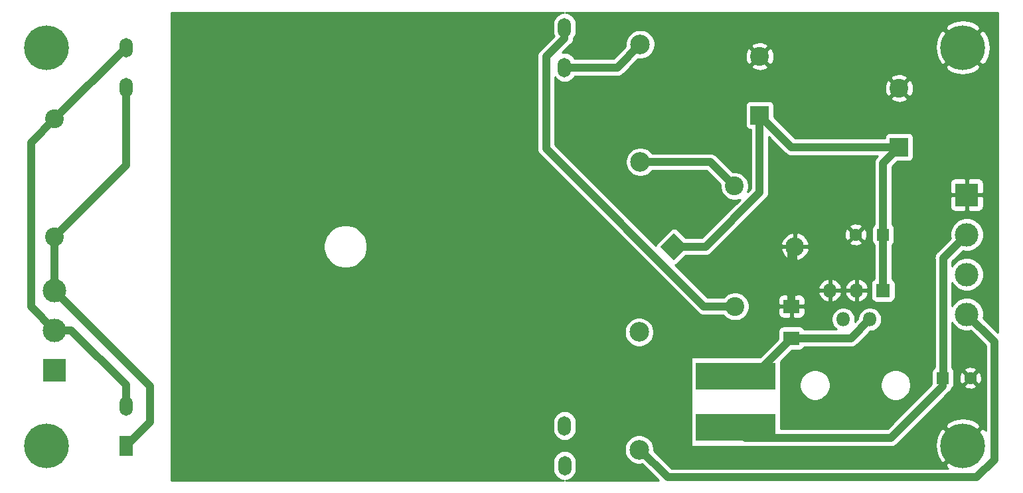
<source format=gbr>
%TF.GenerationSoftware,KiCad,Pcbnew,(5.1.9)-1*%
%TF.CreationDate,2021-06-27T18:44:15-04:00*%
%TF.ProjectId,C64PowerSupply,43363450-6f77-4657-9253-7570706c792e,A*%
%TF.SameCoordinates,Original*%
%TF.FileFunction,Copper,L1,Top*%
%TF.FilePolarity,Positive*%
%FSLAX46Y46*%
G04 Gerber Fmt 4.6, Leading zero omitted, Abs format (unit mm)*
G04 Created by KiCad (PCBNEW (5.1.9)-1) date 2021-06-27 18:44:15*
%MOMM*%
%LPD*%
G01*
G04 APERTURE LIST*
%TA.AperFunction,ComponentPad*%
%ADD10C,3.000000*%
%TD*%
%TA.AperFunction,ComponentPad*%
%ADD11R,3.000000X3.000000*%
%TD*%
%TA.AperFunction,ComponentPad*%
%ADD12C,2.500000*%
%TD*%
%TA.AperFunction,ComponentPad*%
%ADD13C,5.700000*%
%TD*%
%TA.AperFunction,ComponentPad*%
%ADD14C,2.400000*%
%TD*%
%TA.AperFunction,ComponentPad*%
%ADD15C,0.100000*%
%TD*%
%TA.AperFunction,SMDPad,CuDef*%
%ADD16R,10.200000X3.500000*%
%TD*%
%TA.AperFunction,ComponentPad*%
%ADD17C,1.600000*%
%TD*%
%TA.AperFunction,ComponentPad*%
%ADD18R,1.600000X1.600000*%
%TD*%
%TA.AperFunction,SMDPad,CuDef*%
%ADD19R,2.159000X1.778000*%
%TD*%
%TA.AperFunction,ComponentPad*%
%ADD20O,1.800000X1.800000*%
%TD*%
%TA.AperFunction,ComponentPad*%
%ADD21R,1.800000X1.800000*%
%TD*%
%TA.AperFunction,ComponentPad*%
%ADD22R,2.400000X2.400000*%
%TD*%
%TA.AperFunction,ComponentPad*%
%ADD23R,1.700000X2.500000*%
%TD*%
%TA.AperFunction,ComponentPad*%
%ADD24O,1.700000X2.500000*%
%TD*%
%TA.AperFunction,Conductor*%
%ADD25C,1.000000*%
%TD*%
%TA.AperFunction,Conductor*%
%ADD26C,0.254000*%
%TD*%
%TA.AperFunction,Conductor*%
%ADD27C,0.100000*%
%TD*%
G04 APERTURE END LIST*
D10*
%TO.P,J2,4*%
%TO.N,/9VAC+*%
X191008000Y-105156000D03*
D11*
%TO.P,J2,1*%
%TO.N,GND*%
X191008000Y-89916000D03*
D10*
%TO.P,J2,3*%
%TO.N,/9VAC-*%
X191008000Y-100076000D03*
%TO.P,J2,2*%
%TO.N,VCC*%
X191008000Y-94996000D03*
%TD*%
%TO.P,J1,3*%
%TO.N,/HOT*%
X74676000Y-102108000D03*
%TO.P,J1,2*%
%TO.N,/NEUTRAL*%
X74676000Y-107188000D03*
D11*
%TO.P,J1,1*%
%TO.N,GND*%
X74676000Y-112268000D03*
%TD*%
D12*
%TO.P,F2,2*%
%TO.N,Net-(F2-Pad2)*%
X149352000Y-70725000D03*
%TO.P,F2,1*%
%TO.N,Net-(D1-Pad4)*%
X149352000Y-85725000D03*
%TD*%
%TO.P,F1,2*%
%TO.N,Net-(F1-Pad2)*%
X149225000Y-107428000D03*
%TO.P,F1,1*%
%TO.N,/9VAC+*%
X149225000Y-122428000D03*
%TD*%
D13*
%TO.P,H4,1*%
%TO.N,GND*%
X73660000Y-121920000D03*
%TD*%
%TO.P,H3,1*%
%TO.N,GND*%
X190500000Y-121920000D03*
%TD*%
%TO.P,H2,1*%
%TO.N,GND*%
X190500000Y-71120000D03*
%TD*%
%TO.P,H1,1*%
%TO.N,GND*%
X73660000Y-71120000D03*
%TD*%
D14*
%TO.P,D1,2*%
%TO.N,Net-(D1-Pad2)*%
X161448175Y-104156753D03*
%TA.AperFunction,ComponentPad*%
D15*
%TO.P,D1,1*%
%TO.N,/VUNREG*%
G36*
X153670000Y-94822944D02*
G01*
X155367056Y-96520000D01*
X153670000Y-98217056D01*
X151972944Y-96520000D01*
X153670000Y-94822944D01*
G37*
%TD.AperFunction*%
D14*
%TO.P,D1,4*%
%TO.N,Net-(D1-Pad4)*%
X161377464Y-88812536D03*
%TO.P,D1,3*%
%TO.N,GND*%
X169084928Y-96520000D03*
%TD*%
D16*
%TO.P,L1,2*%
%TO.N,VCC*%
X161544000Y-119632000D03*
%TO.P,L1,1*%
%TO.N,/REG-OUT*%
X161544000Y-113032000D03*
%TD*%
D17*
%TO.P,C5,2*%
%TO.N,GND*%
X191460000Y-113284000D03*
D18*
%TO.P,C5,1*%
%TO.N,VCC*%
X187960000Y-113284000D03*
%TD*%
D19*
%TO.P,D2,2*%
%TO.N,GND*%
X168656000Y-104140000D03*
%TO.P,D2,1*%
%TO.N,/REG-OUT*%
X168656000Y-108204000D03*
%TD*%
D20*
%TO.P,U1,5*%
%TO.N,GND*%
X173540000Y-102108000D03*
%TO.P,U1,4*%
%TO.N,/VADJ*%
X175240000Y-105808000D03*
%TO.P,U1,3*%
%TO.N,GND*%
X176940000Y-102108000D03*
%TO.P,U1,2*%
%TO.N,/REG-OUT*%
X178640000Y-105808000D03*
D21*
%TO.P,U1,1*%
%TO.N,/VUNREG*%
X180340000Y-102108000D03*
%TD*%
D17*
%TO.P,C4,2*%
%TO.N,GND*%
X176840000Y-94996000D03*
D18*
%TO.P,C4,1*%
%TO.N,/VUNREG*%
X180340000Y-94996000D03*
%TD*%
D14*
%TO.P,C3,2*%
%TO.N,GND*%
X182372000Y-76320000D03*
D22*
%TO.P,C3,1*%
%TO.N,/VUNREG*%
X182372000Y-83820000D03*
%TD*%
D14*
%TO.P,C2,2*%
%TO.N,GND*%
X164592000Y-72256000D03*
D22*
%TO.P,C2,1*%
%TO.N,/VUNREG*%
X164592000Y-79756000D03*
%TD*%
D14*
%TO.P,C1,2*%
%TO.N,/NEUTRAL*%
X74676000Y-80250000D03*
%TO.P,C1,1*%
%TO.N,/HOT*%
X74676000Y-95250000D03*
%TD*%
D23*
%TO.P,TR1,1*%
%TO.N,/HOT*%
X83820000Y-121920000D03*
D24*
%TO.P,TR1,2*%
%TO.N,/NEUTRAL*%
X83790000Y-116840000D03*
%TO.P,TR1,4*%
X83790000Y-71120000D03*
%TO.P,TR1,5*%
%TO.N,Net-(D1-Pad2)*%
X139700000Y-68580000D03*
%TO.P,TR1,6*%
%TO.N,Net-(F2-Pad2)*%
X139700000Y-73660000D03*
%TO.P,TR1,7*%
%TO.N,/9VAC-*%
X139700000Y-119380000D03*
%TO.P,TR1,8*%
%TO.N,Net-(F1-Pad2)*%
X139730000Y-124460000D03*
%TO.P,TR1,3*%
%TO.N,/HOT*%
X83820000Y-76200000D03*
%TD*%
D25*
%TO.N,/NEUTRAL*%
X83790000Y-114180680D02*
X83790000Y-116840000D01*
X76797320Y-107188000D02*
X83790000Y-114180680D01*
X74676000Y-107188000D02*
X76797320Y-107188000D01*
X83790000Y-71136000D02*
X83790000Y-71120000D01*
X74676000Y-80250000D02*
X83790000Y-71136000D01*
X71675999Y-83250001D02*
X74676000Y-80250000D01*
X71675999Y-104187999D02*
X71675999Y-83250001D01*
X74676000Y-107188000D02*
X71675999Y-104187999D01*
%TO.N,/HOT*%
X74676000Y-102108000D02*
X74676000Y-95250000D01*
X83820000Y-86106000D02*
X74676000Y-95250000D01*
X83820000Y-76200000D02*
X83820000Y-86106000D01*
X74676000Y-102108000D02*
X86868000Y-114300000D01*
X86868000Y-118872000D02*
X83820000Y-121920000D01*
X86868000Y-114300000D02*
X86868000Y-118872000D01*
%TO.N,GND*%
X168656000Y-96948928D02*
X169084928Y-96520000D01*
X168656000Y-104140000D02*
X168656000Y-96948928D01*
%TO.N,Net-(F2-Pad2)*%
X146417000Y-73660000D02*
X149352000Y-70725000D01*
X139700000Y-73660000D02*
X146417000Y-73660000D01*
%TO.N,Net-(D1-Pad4)*%
X158289928Y-85725000D02*
X161377464Y-88812536D01*
X149352000Y-85725000D02*
X158289928Y-85725000D01*
%TO.N,/VUNREG*%
X164592000Y-89594002D02*
X164592000Y-79756000D01*
X157666002Y-96520000D02*
X164592000Y-89594002D01*
X153670000Y-96520000D02*
X157666002Y-96520000D01*
X180340000Y-102108000D02*
X180340000Y-94996000D01*
X180340000Y-85852000D02*
X182372000Y-83820000D01*
X180340000Y-94996000D02*
X180340000Y-85852000D01*
X168656000Y-83820000D02*
X164592000Y-79756000D01*
X182372000Y-83820000D02*
X168656000Y-83820000D01*
%TO.N,VCC*%
X188007999Y-113236001D02*
X187960000Y-113284000D01*
X188007999Y-97996001D02*
X188007999Y-113236001D01*
X191008000Y-94996000D02*
X188007999Y-97996001D01*
X181356000Y-120904000D02*
X187960000Y-114300000D01*
X162816000Y-120904000D02*
X181356000Y-120904000D01*
X187960000Y-114300000D02*
X187960000Y-113284000D01*
X161544000Y-119632000D02*
X162816000Y-120904000D01*
%TO.N,/REG-OUT*%
X163828000Y-113032000D02*
X168656000Y-108204000D01*
X161544000Y-113032000D02*
X163828000Y-113032000D01*
X176239999Y-108208001D02*
X178640000Y-105808000D01*
X174087999Y-108208001D02*
X176239999Y-108208001D01*
X174083998Y-108204000D02*
X174087999Y-108208001D01*
X168656000Y-108204000D02*
X174083998Y-108204000D01*
%TO.N,Net-(D1-Pad2)*%
X157488361Y-104156753D02*
X161448175Y-104156753D01*
X137349990Y-84018382D02*
X157488361Y-104156753D01*
X137349990Y-72286594D02*
X137349990Y-84018382D01*
X139700000Y-69936584D02*
X137349990Y-72286594D01*
X139700000Y-68580000D02*
X139700000Y-69936584D01*
%TO.N,/9VAC+*%
X161534990Y-125974990D02*
X161544000Y-125974990D01*
X192287010Y-125974990D02*
X161534990Y-125974990D01*
X194554990Y-123707010D02*
X192287010Y-125974990D01*
X194554990Y-108702990D02*
X194554990Y-123707010D01*
X191008000Y-105156000D02*
X194554990Y-108702990D01*
X152898990Y-125974990D02*
X161534990Y-125974990D01*
X149352000Y-122428000D02*
X152898990Y-125974990D01*
X149225000Y-122428000D02*
X149352000Y-122428000D01*
%TD*%
D26*
%TO.N,GND*%
X139408889Y-66716487D02*
X139128966Y-66801401D01*
X138870986Y-66939294D01*
X138644866Y-67124866D01*
X138459294Y-67350987D01*
X138321401Y-67608967D01*
X138236487Y-67888890D01*
X138215000Y-68107051D01*
X138215000Y-69052950D01*
X138236487Y-69271111D01*
X138321401Y-69551034D01*
X138376791Y-69654661D01*
X136586855Y-71444598D01*
X136543541Y-71480145D01*
X136401706Y-71652971D01*
X136296315Y-71850147D01*
X136296314Y-71850148D01*
X136231413Y-72064096D01*
X136209499Y-72286594D01*
X136214990Y-72342346D01*
X136214991Y-83962621D01*
X136209499Y-84018382D01*
X136231413Y-84240880D01*
X136296314Y-84454828D01*
X136296315Y-84454829D01*
X136401707Y-84652005D01*
X136543542Y-84824831D01*
X136586850Y-84860373D01*
X156646370Y-104919894D01*
X156681912Y-104963202D01*
X156854738Y-105105037D01*
X157051914Y-105210429D01*
X157265862Y-105275330D01*
X157432609Y-105291753D01*
X157432618Y-105291753D01*
X157488360Y-105297243D01*
X157544102Y-105291753D01*
X159999622Y-105291753D01*
X160022837Y-105326497D01*
X160278431Y-105582091D01*
X160578976Y-105782909D01*
X160912925Y-105921235D01*
X161267443Y-105991753D01*
X161628907Y-105991753D01*
X161983425Y-105921235D01*
X162317374Y-105782909D01*
X162617919Y-105582091D01*
X162873513Y-105326497D01*
X163072294Y-105029000D01*
X166938428Y-105029000D01*
X166950688Y-105153482D01*
X166986998Y-105273180D01*
X167045963Y-105383494D01*
X167125315Y-105480185D01*
X167222006Y-105559537D01*
X167332320Y-105618502D01*
X167452018Y-105654812D01*
X167576500Y-105667072D01*
X168370250Y-105664000D01*
X168529000Y-105505250D01*
X168529000Y-104267000D01*
X168783000Y-104267000D01*
X168783000Y-105505250D01*
X168941750Y-105664000D01*
X169735500Y-105667072D01*
X169859982Y-105654812D01*
X169979680Y-105618502D01*
X170089994Y-105559537D01*
X170186685Y-105480185D01*
X170266037Y-105383494D01*
X170325002Y-105273180D01*
X170361312Y-105153482D01*
X170373572Y-105029000D01*
X170370500Y-104425750D01*
X170211750Y-104267000D01*
X168783000Y-104267000D01*
X168529000Y-104267000D01*
X167100250Y-104267000D01*
X166941500Y-104425750D01*
X166938428Y-105029000D01*
X163072294Y-105029000D01*
X163074331Y-105025952D01*
X163212657Y-104692003D01*
X163283175Y-104337485D01*
X163283175Y-103976021D01*
X163212657Y-103621503D01*
X163074331Y-103287554D01*
X163049907Y-103251000D01*
X166938428Y-103251000D01*
X166941500Y-103854250D01*
X167100250Y-104013000D01*
X168529000Y-104013000D01*
X168529000Y-102774750D01*
X168783000Y-102774750D01*
X168783000Y-104013000D01*
X170211750Y-104013000D01*
X170370500Y-103854250D01*
X170373572Y-103251000D01*
X170361312Y-103126518D01*
X170325002Y-103006820D01*
X170266037Y-102896506D01*
X170186685Y-102799815D01*
X170089994Y-102720463D01*
X169979680Y-102661498D01*
X169859982Y-102625188D01*
X169735500Y-102612928D01*
X168941750Y-102616000D01*
X168783000Y-102774750D01*
X168529000Y-102774750D01*
X168370250Y-102616000D01*
X167576500Y-102612928D01*
X167452018Y-102625188D01*
X167332320Y-102661498D01*
X167222006Y-102720463D01*
X167125315Y-102799815D01*
X167045963Y-102896506D01*
X166986998Y-103006820D01*
X166950688Y-103126518D01*
X166938428Y-103251000D01*
X163049907Y-103251000D01*
X162873513Y-102987009D01*
X162617919Y-102731415D01*
X162317374Y-102530597D01*
X162177695Y-102472740D01*
X172048964Y-102472740D01*
X172097606Y-102633107D01*
X172227764Y-102904414D01*
X172408351Y-103145116D01*
X172632427Y-103345962D01*
X172891380Y-103499234D01*
X173175259Y-103599041D01*
X173413000Y-103478992D01*
X173413000Y-102235000D01*
X173667000Y-102235000D01*
X173667000Y-103478992D01*
X173904741Y-103599041D01*
X174188620Y-103499234D01*
X174447573Y-103345962D01*
X174671649Y-103145116D01*
X174852236Y-102904414D01*
X174982394Y-102633107D01*
X175031036Y-102472740D01*
X175448964Y-102472740D01*
X175497606Y-102633107D01*
X175627764Y-102904414D01*
X175808351Y-103145116D01*
X176032427Y-103345962D01*
X176291380Y-103499234D01*
X176575259Y-103599041D01*
X176813000Y-103478992D01*
X176813000Y-102235000D01*
X177067000Y-102235000D01*
X177067000Y-103478992D01*
X177304741Y-103599041D01*
X177588620Y-103499234D01*
X177847573Y-103345962D01*
X178071649Y-103145116D01*
X178252236Y-102904414D01*
X178382394Y-102633107D01*
X178431036Y-102472740D01*
X178310378Y-102235000D01*
X177067000Y-102235000D01*
X176813000Y-102235000D01*
X175569622Y-102235000D01*
X175448964Y-102472740D01*
X175031036Y-102472740D01*
X174910378Y-102235000D01*
X173667000Y-102235000D01*
X173413000Y-102235000D01*
X172169622Y-102235000D01*
X172048964Y-102472740D01*
X162177695Y-102472740D01*
X161983425Y-102392271D01*
X161628907Y-102321753D01*
X161267443Y-102321753D01*
X160912925Y-102392271D01*
X160578976Y-102530597D01*
X160278431Y-102731415D01*
X160022837Y-102987009D01*
X159999622Y-103021753D01*
X157958493Y-103021753D01*
X156680000Y-101743260D01*
X172048964Y-101743260D01*
X172169622Y-101981000D01*
X173413000Y-101981000D01*
X173413000Y-100737008D01*
X173667000Y-100737008D01*
X173667000Y-101981000D01*
X174910378Y-101981000D01*
X175031036Y-101743260D01*
X175448964Y-101743260D01*
X175569622Y-101981000D01*
X176813000Y-101981000D01*
X176813000Y-100737008D01*
X177067000Y-100737008D01*
X177067000Y-101981000D01*
X178310378Y-101981000D01*
X178431036Y-101743260D01*
X178382394Y-101582893D01*
X178252236Y-101311586D01*
X178071649Y-101070884D01*
X177847573Y-100870038D01*
X177588620Y-100716766D01*
X177304741Y-100616959D01*
X177067000Y-100737008D01*
X176813000Y-100737008D01*
X176575259Y-100616959D01*
X176291380Y-100716766D01*
X176032427Y-100870038D01*
X175808351Y-101070884D01*
X175627764Y-101311586D01*
X175497606Y-101582893D01*
X175448964Y-101743260D01*
X175031036Y-101743260D01*
X174982394Y-101582893D01*
X174852236Y-101311586D01*
X174671649Y-101070884D01*
X174447573Y-100870038D01*
X174188620Y-100716766D01*
X173904741Y-100616959D01*
X173667000Y-100737008D01*
X173413000Y-100737008D01*
X173175259Y-100616959D01*
X172891380Y-100716766D01*
X172632427Y-100870038D01*
X172408351Y-101070884D01*
X172227764Y-101311586D01*
X172097606Y-101582893D01*
X172048964Y-101743260D01*
X156680000Y-101743260D01*
X153780941Y-98844202D01*
X153794482Y-98842868D01*
X153914180Y-98806558D01*
X154024494Y-98747593D01*
X154121185Y-98668241D01*
X155134426Y-97655000D01*
X157610251Y-97655000D01*
X157666002Y-97660491D01*
X157721753Y-97655000D01*
X157721754Y-97655000D01*
X157888501Y-97638577D01*
X158102449Y-97573676D01*
X158299625Y-97468284D01*
X158472451Y-97326449D01*
X158507998Y-97283135D01*
X158857935Y-96933198D01*
X167287942Y-96933198D01*
X167403082Y-97275833D01*
X167582854Y-97589422D01*
X167820350Y-97861913D01*
X168106443Y-98082835D01*
X168430138Y-98243699D01*
X168671730Y-98316986D01*
X168957928Y-98200336D01*
X168957928Y-96647000D01*
X169211928Y-96647000D01*
X169211928Y-98200336D01*
X169498126Y-98316986D01*
X169840761Y-98201846D01*
X170154350Y-98022074D01*
X170426841Y-97784578D01*
X170647763Y-97498485D01*
X170808627Y-97174790D01*
X170881914Y-96933198D01*
X170765264Y-96647000D01*
X169211928Y-96647000D01*
X168957928Y-96647000D01*
X167404592Y-96647000D01*
X167287942Y-96933198D01*
X158857935Y-96933198D01*
X159684331Y-96106802D01*
X167287942Y-96106802D01*
X167404592Y-96393000D01*
X168957928Y-96393000D01*
X168957928Y-94839664D01*
X169211928Y-94839664D01*
X169211928Y-96393000D01*
X170765264Y-96393000D01*
X170881914Y-96106802D01*
X170842228Y-95988702D01*
X176026903Y-95988702D01*
X176098486Y-96232671D01*
X176353996Y-96353571D01*
X176628184Y-96422300D01*
X176910512Y-96436217D01*
X177190130Y-96394787D01*
X177456292Y-96299603D01*
X177581514Y-96232671D01*
X177653097Y-95988702D01*
X176840000Y-95175605D01*
X176026903Y-95988702D01*
X170842228Y-95988702D01*
X170766774Y-95764167D01*
X170587002Y-95450578D01*
X170349506Y-95178087D01*
X170205017Y-95066512D01*
X175399783Y-95066512D01*
X175441213Y-95346130D01*
X175536397Y-95612292D01*
X175603329Y-95737514D01*
X175847298Y-95809097D01*
X176660395Y-94996000D01*
X177019605Y-94996000D01*
X177832702Y-95809097D01*
X178076671Y-95737514D01*
X178197571Y-95482004D01*
X178266300Y-95207816D01*
X178280217Y-94925488D01*
X178238787Y-94645870D01*
X178143603Y-94379708D01*
X178076671Y-94254486D01*
X177832702Y-94182903D01*
X177019605Y-94996000D01*
X176660395Y-94996000D01*
X175847298Y-94182903D01*
X175603329Y-94254486D01*
X175482429Y-94509996D01*
X175413700Y-94784184D01*
X175399783Y-95066512D01*
X170205017Y-95066512D01*
X170063413Y-94957165D01*
X169739718Y-94796301D01*
X169498126Y-94723014D01*
X169211928Y-94839664D01*
X168957928Y-94839664D01*
X168671730Y-94723014D01*
X168329095Y-94838154D01*
X168015506Y-95017926D01*
X167743015Y-95255422D01*
X167522093Y-95541515D01*
X167361229Y-95865210D01*
X167287942Y-96106802D01*
X159684331Y-96106802D01*
X161787835Y-94003298D01*
X176026903Y-94003298D01*
X176840000Y-94816395D01*
X177653097Y-94003298D01*
X177581514Y-93759329D01*
X177326004Y-93638429D01*
X177051816Y-93569700D01*
X176769488Y-93555783D01*
X176489870Y-93597213D01*
X176223708Y-93692397D01*
X176098486Y-93759329D01*
X176026903Y-94003298D01*
X161787835Y-94003298D01*
X165355141Y-90435993D01*
X165398449Y-90400451D01*
X165540284Y-90227625D01*
X165645676Y-90030449D01*
X165710577Y-89816501D01*
X165727000Y-89649754D01*
X165727000Y-89649745D01*
X165732490Y-89594003D01*
X165727000Y-89538261D01*
X165727000Y-82496131D01*
X167814009Y-84583141D01*
X167849551Y-84626449D01*
X168022377Y-84768284D01*
X168219553Y-84873676D01*
X168433501Y-84938577D01*
X168656000Y-84960491D01*
X168711751Y-84955000D01*
X179631869Y-84955000D01*
X179576860Y-85010009D01*
X179533552Y-85045551D01*
X179391717Y-85218377D01*
X179354207Y-85288554D01*
X179286324Y-85415554D01*
X179221423Y-85629502D01*
X179199509Y-85852000D01*
X179205001Y-85907761D01*
X179205000Y-93655043D01*
X179185506Y-93665463D01*
X179088815Y-93744815D01*
X179009463Y-93841506D01*
X178950498Y-93951820D01*
X178914188Y-94071518D01*
X178901928Y-94196000D01*
X178901928Y-95796000D01*
X178914188Y-95920482D01*
X178950498Y-96040180D01*
X179009463Y-96150494D01*
X179088815Y-96247185D01*
X179185506Y-96326537D01*
X179205001Y-96336957D01*
X179205000Y-100615713D01*
X179195820Y-100618498D01*
X179085506Y-100677463D01*
X178988815Y-100756815D01*
X178909463Y-100853506D01*
X178850498Y-100963820D01*
X178814188Y-101083518D01*
X178801928Y-101208000D01*
X178801928Y-103008000D01*
X178814188Y-103132482D01*
X178850498Y-103252180D01*
X178909463Y-103362494D01*
X178988815Y-103459185D01*
X179085506Y-103538537D01*
X179195820Y-103597502D01*
X179315518Y-103633812D01*
X179440000Y-103646072D01*
X181240000Y-103646072D01*
X181364482Y-103633812D01*
X181484180Y-103597502D01*
X181594494Y-103538537D01*
X181691185Y-103459185D01*
X181770537Y-103362494D01*
X181829502Y-103252180D01*
X181865812Y-103132482D01*
X181878072Y-103008000D01*
X181878072Y-101208000D01*
X181865812Y-101083518D01*
X181829502Y-100963820D01*
X181770537Y-100853506D01*
X181691185Y-100756815D01*
X181594494Y-100677463D01*
X181484180Y-100618498D01*
X181475000Y-100615713D01*
X181475000Y-96336957D01*
X181494494Y-96326537D01*
X181591185Y-96247185D01*
X181670537Y-96150494D01*
X181729502Y-96040180D01*
X181765812Y-95920482D01*
X181778072Y-95796000D01*
X181778072Y-94196000D01*
X181765812Y-94071518D01*
X181729502Y-93951820D01*
X181670537Y-93841506D01*
X181591185Y-93744815D01*
X181494494Y-93665463D01*
X181475000Y-93655043D01*
X181475000Y-91416000D01*
X188869928Y-91416000D01*
X188882188Y-91540482D01*
X188918498Y-91660180D01*
X188977463Y-91770494D01*
X189056815Y-91867185D01*
X189153506Y-91946537D01*
X189263820Y-92005502D01*
X189383518Y-92041812D01*
X189508000Y-92054072D01*
X190722250Y-92051000D01*
X190881000Y-91892250D01*
X190881000Y-90043000D01*
X191135000Y-90043000D01*
X191135000Y-91892250D01*
X191293750Y-92051000D01*
X192508000Y-92054072D01*
X192632482Y-92041812D01*
X192752180Y-92005502D01*
X192862494Y-91946537D01*
X192959185Y-91867185D01*
X193038537Y-91770494D01*
X193097502Y-91660180D01*
X193133812Y-91540482D01*
X193146072Y-91416000D01*
X193143000Y-90201750D01*
X192984250Y-90043000D01*
X191135000Y-90043000D01*
X190881000Y-90043000D01*
X189031750Y-90043000D01*
X188873000Y-90201750D01*
X188869928Y-91416000D01*
X181475000Y-91416000D01*
X181475000Y-88416000D01*
X188869928Y-88416000D01*
X188873000Y-89630250D01*
X189031750Y-89789000D01*
X190881000Y-89789000D01*
X190881000Y-87939750D01*
X191135000Y-87939750D01*
X191135000Y-89789000D01*
X192984250Y-89789000D01*
X193143000Y-89630250D01*
X193146072Y-88416000D01*
X193133812Y-88291518D01*
X193097502Y-88171820D01*
X193038537Y-88061506D01*
X192959185Y-87964815D01*
X192862494Y-87885463D01*
X192752180Y-87826498D01*
X192632482Y-87790188D01*
X192508000Y-87777928D01*
X191293750Y-87781000D01*
X191135000Y-87939750D01*
X190881000Y-87939750D01*
X190722250Y-87781000D01*
X189508000Y-87777928D01*
X189383518Y-87790188D01*
X189263820Y-87826498D01*
X189153506Y-87885463D01*
X189056815Y-87964815D01*
X188977463Y-88061506D01*
X188918498Y-88171820D01*
X188882188Y-88291518D01*
X188869928Y-88416000D01*
X181475000Y-88416000D01*
X181475000Y-86322131D01*
X182139059Y-85658072D01*
X183572000Y-85658072D01*
X183696482Y-85645812D01*
X183816180Y-85609502D01*
X183926494Y-85550537D01*
X184023185Y-85471185D01*
X184102537Y-85374494D01*
X184161502Y-85264180D01*
X184197812Y-85144482D01*
X184210072Y-85020000D01*
X184210072Y-82620000D01*
X184197812Y-82495518D01*
X184161502Y-82375820D01*
X184102537Y-82265506D01*
X184023185Y-82168815D01*
X183926494Y-82089463D01*
X183816180Y-82030498D01*
X183696482Y-81994188D01*
X183572000Y-81981928D01*
X181172000Y-81981928D01*
X181047518Y-81994188D01*
X180927820Y-82030498D01*
X180817506Y-82089463D01*
X180720815Y-82168815D01*
X180641463Y-82265506D01*
X180582498Y-82375820D01*
X180546188Y-82495518D01*
X180533928Y-82620000D01*
X180533928Y-82685000D01*
X169126132Y-82685000D01*
X166430072Y-79988941D01*
X166430072Y-78556000D01*
X166417812Y-78431518D01*
X166381502Y-78311820D01*
X166322537Y-78201506D01*
X166243185Y-78104815D01*
X166146494Y-78025463D01*
X166036180Y-77966498D01*
X165916482Y-77930188D01*
X165792000Y-77917928D01*
X163392000Y-77917928D01*
X163267518Y-77930188D01*
X163147820Y-77966498D01*
X163037506Y-78025463D01*
X162940815Y-78104815D01*
X162861463Y-78201506D01*
X162802498Y-78311820D01*
X162766188Y-78431518D01*
X162753928Y-78556000D01*
X162753928Y-80956000D01*
X162766188Y-81080482D01*
X162802498Y-81200180D01*
X162861463Y-81310494D01*
X162940815Y-81407185D01*
X163037506Y-81486537D01*
X163147820Y-81545502D01*
X163267518Y-81581812D01*
X163392000Y-81594072D01*
X163457001Y-81594072D01*
X163457000Y-89123870D01*
X163077502Y-89503368D01*
X163141946Y-89347786D01*
X163212464Y-88993268D01*
X163212464Y-88631804D01*
X163141946Y-88277286D01*
X163003620Y-87943337D01*
X162802802Y-87642792D01*
X162547208Y-87387198D01*
X162246663Y-87186380D01*
X161912714Y-87048054D01*
X161558196Y-86977536D01*
X161196732Y-86977536D01*
X161155748Y-86985688D01*
X159131924Y-84961865D01*
X159096377Y-84918551D01*
X158923551Y-84776716D01*
X158726375Y-84671324D01*
X158512427Y-84606423D01*
X158345680Y-84590000D01*
X158345679Y-84590000D01*
X158289928Y-84584509D01*
X158234177Y-84590000D01*
X150860688Y-84590000D01*
X150816175Y-84523382D01*
X150553618Y-84260825D01*
X150244882Y-84054534D01*
X149901834Y-83912439D01*
X149537656Y-83840000D01*
X149166344Y-83840000D01*
X148802166Y-83912439D01*
X148459118Y-84054534D01*
X148150382Y-84260825D01*
X147887825Y-84523382D01*
X147681534Y-84832118D01*
X147539439Y-85175166D01*
X147467000Y-85539344D01*
X147467000Y-85910656D01*
X147539439Y-86274834D01*
X147681534Y-86617882D01*
X147887825Y-86926618D01*
X148150382Y-87189175D01*
X148459118Y-87395466D01*
X148802166Y-87537561D01*
X149166344Y-87610000D01*
X149537656Y-87610000D01*
X149901834Y-87537561D01*
X150244882Y-87395466D01*
X150553618Y-87189175D01*
X150816175Y-86926618D01*
X150860688Y-86860000D01*
X157819797Y-86860000D01*
X159550616Y-88590820D01*
X159542464Y-88631804D01*
X159542464Y-88993268D01*
X159612982Y-89347786D01*
X159751308Y-89681735D01*
X159952126Y-89982280D01*
X160207720Y-90237874D01*
X160508265Y-90438692D01*
X160842214Y-90577018D01*
X161196732Y-90647536D01*
X161558196Y-90647536D01*
X161912714Y-90577018D01*
X162068297Y-90512574D01*
X157195871Y-95385000D01*
X155134426Y-95385000D01*
X154121185Y-94371759D01*
X154024494Y-94292407D01*
X153914180Y-94233442D01*
X153794482Y-94197132D01*
X153670000Y-94184872D01*
X153545518Y-94197132D01*
X153425820Y-94233442D01*
X153315506Y-94292407D01*
X153218815Y-94371759D01*
X151521759Y-96068815D01*
X151442407Y-96165506D01*
X151383442Y-96275820D01*
X151347132Y-96395518D01*
X151345798Y-96409059D01*
X138484990Y-83548251D01*
X138484990Y-77597980D01*
X181273626Y-77597980D01*
X181393514Y-77882836D01*
X181717210Y-78043699D01*
X182066069Y-78138322D01*
X182426684Y-78163067D01*
X182785198Y-78116985D01*
X183127833Y-78001846D01*
X183350486Y-77882836D01*
X183470374Y-77597980D01*
X182372000Y-76499605D01*
X181273626Y-77597980D01*
X138484990Y-77597980D01*
X138484990Y-76374684D01*
X180528933Y-76374684D01*
X180575015Y-76733198D01*
X180690154Y-77075833D01*
X180809164Y-77298486D01*
X181094020Y-77418374D01*
X182192395Y-76320000D01*
X182551605Y-76320000D01*
X183649980Y-77418374D01*
X183934836Y-77298486D01*
X184095699Y-76974790D01*
X184190322Y-76625931D01*
X184215067Y-76265316D01*
X184168985Y-75906802D01*
X184053846Y-75564167D01*
X183934836Y-75341514D01*
X183649980Y-75221626D01*
X182551605Y-76320000D01*
X182192395Y-76320000D01*
X181094020Y-75221626D01*
X180809164Y-75341514D01*
X180648301Y-75665210D01*
X180553678Y-76014069D01*
X180528933Y-76374684D01*
X138484990Y-76374684D01*
X138484990Y-74920325D01*
X138644866Y-75115134D01*
X138870987Y-75300706D01*
X139128967Y-75438599D01*
X139408890Y-75523513D01*
X139700000Y-75552185D01*
X139991111Y-75523513D01*
X140271034Y-75438599D01*
X140529014Y-75300706D01*
X140755134Y-75115134D01*
X140815137Y-75042020D01*
X181273626Y-75042020D01*
X182372000Y-76140395D01*
X183470374Y-75042020D01*
X183350486Y-74757164D01*
X183026790Y-74596301D01*
X182677931Y-74501678D01*
X182317316Y-74476933D01*
X181958802Y-74523015D01*
X181616167Y-74638154D01*
X181393514Y-74757164D01*
X181273626Y-75042020D01*
X140815137Y-75042020D01*
X140940706Y-74889014D01*
X140990957Y-74795000D01*
X146361249Y-74795000D01*
X146417000Y-74800491D01*
X146472751Y-74795000D01*
X146472752Y-74795000D01*
X146639499Y-74778577D01*
X146853447Y-74713676D01*
X147050623Y-74608284D01*
X147223449Y-74466449D01*
X147258996Y-74423135D01*
X148148151Y-73533980D01*
X163493626Y-73533980D01*
X163613514Y-73818836D01*
X163937210Y-73979699D01*
X164286069Y-74074322D01*
X164646684Y-74099067D01*
X165005198Y-74052985D01*
X165347833Y-73937846D01*
X165570486Y-73818836D01*
X165674358Y-73572033D01*
X188227572Y-73572033D01*
X188545757Y-74025850D01*
X189150210Y-74351269D01*
X189806535Y-74552512D01*
X190489510Y-74621845D01*
X191172888Y-74556605D01*
X191830407Y-74359298D01*
X192436799Y-74037506D01*
X192454243Y-74025850D01*
X192772428Y-73572033D01*
X190500000Y-71299605D01*
X188227572Y-73572033D01*
X165674358Y-73572033D01*
X165690374Y-73533980D01*
X164592000Y-72435605D01*
X163493626Y-73533980D01*
X148148151Y-73533980D01*
X149087762Y-72594369D01*
X149166344Y-72610000D01*
X149537656Y-72610000D01*
X149901834Y-72537561D01*
X150244882Y-72395466D01*
X150371767Y-72310684D01*
X162748933Y-72310684D01*
X162795015Y-72669198D01*
X162910154Y-73011833D01*
X163029164Y-73234486D01*
X163314020Y-73354374D01*
X164412395Y-72256000D01*
X164771605Y-72256000D01*
X165869980Y-73354374D01*
X166154836Y-73234486D01*
X166315699Y-72910790D01*
X166410322Y-72561931D01*
X166435067Y-72201316D01*
X166388985Y-71842802D01*
X166273846Y-71500167D01*
X166154836Y-71277514D01*
X165869980Y-71157626D01*
X164771605Y-72256000D01*
X164412395Y-72256000D01*
X163314020Y-71157626D01*
X163029164Y-71277514D01*
X162868301Y-71601210D01*
X162773678Y-71950069D01*
X162748933Y-72310684D01*
X150371767Y-72310684D01*
X150553618Y-72189175D01*
X150816175Y-71926618D01*
X151022466Y-71617882D01*
X151164561Y-71274834D01*
X151223600Y-70978020D01*
X163493626Y-70978020D01*
X164592000Y-72076395D01*
X165558884Y-71109510D01*
X186998155Y-71109510D01*
X187063395Y-71792888D01*
X187260702Y-72450407D01*
X187582494Y-73056799D01*
X187594150Y-73074243D01*
X188047967Y-73392428D01*
X190320395Y-71120000D01*
X190679605Y-71120000D01*
X192952033Y-73392428D01*
X193405850Y-73074243D01*
X193731269Y-72469790D01*
X193932512Y-71813465D01*
X194001845Y-71130490D01*
X193936605Y-70447112D01*
X193739298Y-69789593D01*
X193417506Y-69183201D01*
X193405850Y-69165757D01*
X192952033Y-68847572D01*
X190679605Y-71120000D01*
X190320395Y-71120000D01*
X188047967Y-68847572D01*
X187594150Y-69165757D01*
X187268731Y-69770210D01*
X187067488Y-70426535D01*
X186998155Y-71109510D01*
X165558884Y-71109510D01*
X165690374Y-70978020D01*
X165570486Y-70693164D01*
X165246790Y-70532301D01*
X164897931Y-70437678D01*
X164537316Y-70412933D01*
X164178802Y-70459015D01*
X163836167Y-70574154D01*
X163613514Y-70693164D01*
X163493626Y-70978020D01*
X151223600Y-70978020D01*
X151237000Y-70910656D01*
X151237000Y-70539344D01*
X151164561Y-70175166D01*
X151022466Y-69832118D01*
X150816175Y-69523382D01*
X150553618Y-69260825D01*
X150244882Y-69054534D01*
X149901834Y-68912439D01*
X149537656Y-68840000D01*
X149166344Y-68840000D01*
X148802166Y-68912439D01*
X148459118Y-69054534D01*
X148150382Y-69260825D01*
X147887825Y-69523382D01*
X147681534Y-69832118D01*
X147539439Y-70175166D01*
X147467000Y-70539344D01*
X147467000Y-70910656D01*
X147482631Y-70989238D01*
X145946869Y-72525000D01*
X140990957Y-72525000D01*
X140940706Y-72430986D01*
X140755134Y-72204866D01*
X140529013Y-72019294D01*
X140271033Y-71881401D01*
X139991110Y-71796487D01*
X139700000Y-71767815D01*
X139449199Y-71792517D01*
X140463141Y-70778575D01*
X140506449Y-70743033D01*
X140648284Y-70570207D01*
X140753676Y-70373031D01*
X140818577Y-70159083D01*
X140835000Y-69992336D01*
X140840491Y-69936585D01*
X140840011Y-69931711D01*
X140940706Y-69809014D01*
X141078599Y-69551034D01*
X141163513Y-69271111D01*
X141185000Y-69052949D01*
X141185000Y-68667967D01*
X188227572Y-68667967D01*
X190500000Y-70940395D01*
X192772428Y-68667967D01*
X192454243Y-68214150D01*
X191849790Y-67888731D01*
X191193465Y-67687488D01*
X190510490Y-67618155D01*
X189827112Y-67683395D01*
X189169593Y-67880702D01*
X188563201Y-68202494D01*
X188545757Y-68214150D01*
X188227572Y-68667967D01*
X141185000Y-68667967D01*
X141185000Y-68107050D01*
X141163513Y-67888889D01*
X141078599Y-67608966D01*
X140940706Y-67350986D01*
X140755134Y-67124866D01*
X140529013Y-66939294D01*
X140271033Y-66801401D01*
X139991110Y-66716487D01*
X139823716Y-66700000D01*
X194920000Y-66700000D01*
X194920001Y-107462869D01*
X193089977Y-105632845D01*
X193143000Y-105366279D01*
X193143000Y-104945721D01*
X193060953Y-104533244D01*
X192900012Y-104144698D01*
X192666363Y-103795017D01*
X192368983Y-103497637D01*
X192019302Y-103263988D01*
X191630756Y-103103047D01*
X191218279Y-103021000D01*
X190797721Y-103021000D01*
X190385244Y-103103047D01*
X189996698Y-103263988D01*
X189647017Y-103497637D01*
X189349637Y-103795017D01*
X189142999Y-104104273D01*
X189142999Y-101127727D01*
X189349637Y-101436983D01*
X189647017Y-101734363D01*
X189996698Y-101968012D01*
X190385244Y-102128953D01*
X190797721Y-102211000D01*
X191218279Y-102211000D01*
X191630756Y-102128953D01*
X192019302Y-101968012D01*
X192368983Y-101734363D01*
X192666363Y-101436983D01*
X192900012Y-101087302D01*
X193060953Y-100698756D01*
X193143000Y-100286279D01*
X193143000Y-99865721D01*
X193060953Y-99453244D01*
X192900012Y-99064698D01*
X192666363Y-98715017D01*
X192368983Y-98417637D01*
X192019302Y-98183988D01*
X191630756Y-98023047D01*
X191218279Y-97941000D01*
X190797721Y-97941000D01*
X190385244Y-98023047D01*
X189996698Y-98183988D01*
X189647017Y-98417637D01*
X189349637Y-98715017D01*
X189142999Y-99024273D01*
X189142999Y-98466132D01*
X190531155Y-97077977D01*
X190797721Y-97131000D01*
X191218279Y-97131000D01*
X191630756Y-97048953D01*
X192019302Y-96888012D01*
X192368983Y-96654363D01*
X192666363Y-96356983D01*
X192900012Y-96007302D01*
X193060953Y-95618756D01*
X193143000Y-95206279D01*
X193143000Y-94785721D01*
X193060953Y-94373244D01*
X192900012Y-93984698D01*
X192666363Y-93635017D01*
X192368983Y-93337637D01*
X192019302Y-93103988D01*
X191630756Y-92943047D01*
X191218279Y-92861000D01*
X190797721Y-92861000D01*
X190385244Y-92943047D01*
X189996698Y-93103988D01*
X189647017Y-93337637D01*
X189349637Y-93635017D01*
X189115988Y-93984698D01*
X188955047Y-94373244D01*
X188873000Y-94785721D01*
X188873000Y-95206279D01*
X188926023Y-95472845D01*
X187244864Y-97154005D01*
X187201550Y-97189552D01*
X187059715Y-97362378D01*
X186954324Y-97559554D01*
X186954323Y-97559555D01*
X186889422Y-97773503D01*
X186867508Y-97996001D01*
X186872999Y-98051752D01*
X186873000Y-111917386D01*
X186805506Y-111953463D01*
X186708815Y-112032815D01*
X186629463Y-112129506D01*
X186570498Y-112239820D01*
X186534188Y-112359518D01*
X186521928Y-112484000D01*
X186521928Y-114084000D01*
X186526316Y-114128552D01*
X180885869Y-119769000D01*
X167282072Y-119769000D01*
X167282072Y-117882000D01*
X167269812Y-117757518D01*
X167259000Y-117721876D01*
X167259000Y-114942124D01*
X167269812Y-114906482D01*
X167282072Y-114782000D01*
X167282072Y-114004520D01*
X169672000Y-114004520D01*
X169672000Y-114392280D01*
X169747648Y-114772590D01*
X169896038Y-115130835D01*
X170111466Y-115453246D01*
X170385654Y-115727434D01*
X170708065Y-115942862D01*
X171066310Y-116091252D01*
X171446620Y-116166900D01*
X171834380Y-116166900D01*
X172214690Y-116091252D01*
X172572935Y-115942862D01*
X172895346Y-115727434D01*
X173169534Y-115453246D01*
X173384962Y-115130835D01*
X173533352Y-114772590D01*
X173609000Y-114392280D01*
X173609000Y-114004520D01*
X179959000Y-114004520D01*
X179959000Y-114392280D01*
X180034648Y-114772590D01*
X180183038Y-115130835D01*
X180398466Y-115453246D01*
X180672654Y-115727434D01*
X180995065Y-115942862D01*
X181353310Y-116091252D01*
X181733620Y-116166900D01*
X182121380Y-116166900D01*
X182501690Y-116091252D01*
X182859935Y-115942862D01*
X183182346Y-115727434D01*
X183456534Y-115453246D01*
X183671962Y-115130835D01*
X183820352Y-114772590D01*
X183896000Y-114392280D01*
X183896000Y-114004520D01*
X183820352Y-113624210D01*
X183671962Y-113265965D01*
X183456534Y-112943554D01*
X183182346Y-112669366D01*
X182859935Y-112453938D01*
X182501690Y-112305548D01*
X182121380Y-112229900D01*
X181733620Y-112229900D01*
X181353310Y-112305548D01*
X180995065Y-112453938D01*
X180672654Y-112669366D01*
X180398466Y-112943554D01*
X180183038Y-113265965D01*
X180034648Y-113624210D01*
X179959000Y-114004520D01*
X173609000Y-114004520D01*
X173533352Y-113624210D01*
X173384962Y-113265965D01*
X173169534Y-112943554D01*
X172895346Y-112669366D01*
X172572935Y-112453938D01*
X172214690Y-112305548D01*
X171834380Y-112229900D01*
X171446620Y-112229900D01*
X171066310Y-112305548D01*
X170708065Y-112453938D01*
X170385654Y-112669366D01*
X170111466Y-112943554D01*
X169896038Y-113265965D01*
X169747648Y-113624210D01*
X169672000Y-114004520D01*
X167282072Y-114004520D01*
X167282072Y-111282000D01*
X167273201Y-111191930D01*
X168734060Y-109731072D01*
X169735500Y-109731072D01*
X169859982Y-109718812D01*
X169979680Y-109682502D01*
X170089994Y-109623537D01*
X170186685Y-109544185D01*
X170266037Y-109447494D01*
X170324029Y-109339000D01*
X173991624Y-109339000D01*
X174032247Y-109343001D01*
X174032257Y-109343001D01*
X174087998Y-109348491D01*
X174143740Y-109343001D01*
X176184248Y-109343001D01*
X176239999Y-109348492D01*
X176295750Y-109343001D01*
X176295751Y-109343001D01*
X176462498Y-109326578D01*
X176676446Y-109261677D01*
X176873622Y-109156285D01*
X177046448Y-109014450D01*
X177081995Y-108971136D01*
X178710132Y-107343000D01*
X178791184Y-107343000D01*
X179087743Y-107284011D01*
X179367095Y-107168299D01*
X179618505Y-107000312D01*
X179832312Y-106786505D01*
X180000299Y-106535095D01*
X180116011Y-106255743D01*
X180175000Y-105959184D01*
X180175000Y-105656816D01*
X180116011Y-105360257D01*
X180000299Y-105080905D01*
X179832312Y-104829495D01*
X179618505Y-104615688D01*
X179367095Y-104447701D01*
X179087743Y-104331989D01*
X178791184Y-104273000D01*
X178488816Y-104273000D01*
X178192257Y-104331989D01*
X177912905Y-104447701D01*
X177661495Y-104615688D01*
X177447688Y-104829495D01*
X177279701Y-105080905D01*
X177163989Y-105360257D01*
X177105000Y-105656816D01*
X177105000Y-105737868D01*
X176748013Y-106094855D01*
X176775000Y-105959184D01*
X176775000Y-105656816D01*
X176716011Y-105360257D01*
X176600299Y-105080905D01*
X176432312Y-104829495D01*
X176218505Y-104615688D01*
X175967095Y-104447701D01*
X175687743Y-104331989D01*
X175391184Y-104273000D01*
X175088816Y-104273000D01*
X174792257Y-104331989D01*
X174512905Y-104447701D01*
X174261495Y-104615688D01*
X174047688Y-104829495D01*
X173879701Y-105080905D01*
X173763989Y-105360257D01*
X173705000Y-105656816D01*
X173705000Y-105959184D01*
X173763989Y-106255743D01*
X173879701Y-106535095D01*
X174047688Y-106786505D01*
X174261495Y-107000312D01*
X174370282Y-107073001D01*
X174180373Y-107073001D01*
X174139750Y-107069000D01*
X174139749Y-107069000D01*
X174083998Y-107063509D01*
X174028247Y-107069000D01*
X170324029Y-107069000D01*
X170266037Y-106960506D01*
X170186685Y-106863815D01*
X170089994Y-106784463D01*
X169979680Y-106725498D01*
X169859982Y-106689188D01*
X169735500Y-106676928D01*
X167576500Y-106676928D01*
X167452018Y-106689188D01*
X167332320Y-106725498D01*
X167222006Y-106784463D01*
X167125315Y-106863815D01*
X167045963Y-106960506D01*
X166986998Y-107070820D01*
X166950688Y-107190518D01*
X166938428Y-107315000D01*
X166938428Y-108316440D01*
X164637869Y-110617000D01*
X155956000Y-110617000D01*
X155931224Y-110619440D01*
X155907399Y-110626667D01*
X155885443Y-110638403D01*
X155866197Y-110654197D01*
X155850403Y-110673443D01*
X155838667Y-110695399D01*
X155831440Y-110719224D01*
X155829000Y-110744000D01*
X155829000Y-111121876D01*
X155818188Y-111157518D01*
X155805928Y-111282000D01*
X155805928Y-114782000D01*
X155818188Y-114906482D01*
X155829000Y-114942124D01*
X155829000Y-117721876D01*
X155818188Y-117757518D01*
X155805928Y-117882000D01*
X155805928Y-121382000D01*
X155818188Y-121506482D01*
X155829000Y-121542124D01*
X155829000Y-121920000D01*
X155831440Y-121944776D01*
X155838667Y-121968601D01*
X155850403Y-121990557D01*
X155866197Y-122009803D01*
X155885443Y-122025597D01*
X155907399Y-122037333D01*
X155931224Y-122044560D01*
X155956000Y-122047000D01*
X167132000Y-122047000D01*
X167156776Y-122044560D01*
X167175105Y-122039000D01*
X181300249Y-122039000D01*
X181356000Y-122044491D01*
X181411751Y-122039000D01*
X181411752Y-122039000D01*
X181578499Y-122022577D01*
X181792447Y-121957676D01*
X181882559Y-121909510D01*
X186998155Y-121909510D01*
X187063395Y-122592888D01*
X187260702Y-123250407D01*
X187582494Y-123856799D01*
X187594150Y-123874243D01*
X188047967Y-124192428D01*
X190320395Y-121920000D01*
X188047967Y-119647572D01*
X187594150Y-119965757D01*
X187268731Y-120570210D01*
X187067488Y-121226535D01*
X186998155Y-121909510D01*
X181882559Y-121909510D01*
X181989623Y-121852284D01*
X182162449Y-121710449D01*
X182197996Y-121667135D01*
X184397164Y-119467967D01*
X188227572Y-119467967D01*
X190500000Y-121740395D01*
X192772428Y-119467967D01*
X192454243Y-119014150D01*
X191849790Y-118688731D01*
X191193465Y-118487488D01*
X190510490Y-118418155D01*
X189827112Y-118483395D01*
X189169593Y-118680702D01*
X188563201Y-119002494D01*
X188545757Y-119014150D01*
X188227572Y-119467967D01*
X184397164Y-119467967D01*
X188723141Y-115141991D01*
X188766449Y-115106449D01*
X188908284Y-114933623D01*
X189013676Y-114736447D01*
X189038303Y-114655262D01*
X189114494Y-114614537D01*
X189211185Y-114535185D01*
X189290537Y-114438494D01*
X189349502Y-114328180D01*
X189365117Y-114276702D01*
X190646903Y-114276702D01*
X190718486Y-114520671D01*
X190973996Y-114641571D01*
X191248184Y-114710300D01*
X191530512Y-114724217D01*
X191810130Y-114682787D01*
X192076292Y-114587603D01*
X192201514Y-114520671D01*
X192273097Y-114276702D01*
X191460000Y-113463605D01*
X190646903Y-114276702D01*
X189365117Y-114276702D01*
X189385812Y-114208482D01*
X189398072Y-114084000D01*
X189398072Y-113354512D01*
X190019783Y-113354512D01*
X190061213Y-113634130D01*
X190156397Y-113900292D01*
X190223329Y-114025514D01*
X190467298Y-114097097D01*
X191280395Y-113284000D01*
X191639605Y-113284000D01*
X192452702Y-114097097D01*
X192696671Y-114025514D01*
X192817571Y-113770004D01*
X192886300Y-113495816D01*
X192900217Y-113213488D01*
X192858787Y-112933870D01*
X192763603Y-112667708D01*
X192696671Y-112542486D01*
X192452702Y-112470903D01*
X191639605Y-113284000D01*
X191280395Y-113284000D01*
X190467298Y-112470903D01*
X190223329Y-112542486D01*
X190102429Y-112797996D01*
X190033700Y-113072184D01*
X190019783Y-113354512D01*
X189398072Y-113354512D01*
X189398072Y-112484000D01*
X189385812Y-112359518D01*
X189365118Y-112291298D01*
X190646903Y-112291298D01*
X191460000Y-113104395D01*
X192273097Y-112291298D01*
X192201514Y-112047329D01*
X191946004Y-111926429D01*
X191671816Y-111857700D01*
X191389488Y-111843783D01*
X191109870Y-111885213D01*
X190843708Y-111980397D01*
X190718486Y-112047329D01*
X190646903Y-112291298D01*
X189365118Y-112291298D01*
X189349502Y-112239820D01*
X189290537Y-112129506D01*
X189211185Y-112032815D01*
X189142999Y-111976856D01*
X189142999Y-106207727D01*
X189349637Y-106516983D01*
X189647017Y-106814363D01*
X189996698Y-107048012D01*
X190385244Y-107208953D01*
X190797721Y-107291000D01*
X191218279Y-107291000D01*
X191484845Y-107237977D01*
X193419990Y-109173122D01*
X193419991Y-119987883D01*
X193417506Y-119983201D01*
X193405850Y-119965757D01*
X192952033Y-119647572D01*
X190679605Y-121920000D01*
X190693748Y-121934143D01*
X190514143Y-122113748D01*
X190500000Y-122099605D01*
X188227572Y-124372033D01*
X188545757Y-124825850D01*
X188572021Y-124839990D01*
X153369122Y-124839990D01*
X151110000Y-122580869D01*
X151110000Y-122242344D01*
X151037561Y-121878166D01*
X150895466Y-121535118D01*
X150689175Y-121226382D01*
X150426618Y-120963825D01*
X150117882Y-120757534D01*
X149774834Y-120615439D01*
X149410656Y-120543000D01*
X149039344Y-120543000D01*
X148675166Y-120615439D01*
X148332118Y-120757534D01*
X148023382Y-120963825D01*
X147760825Y-121226382D01*
X147554534Y-121535118D01*
X147412439Y-121878166D01*
X147340000Y-122242344D01*
X147340000Y-122613656D01*
X147412439Y-122977834D01*
X147554534Y-123320882D01*
X147760825Y-123629618D01*
X148023382Y-123892175D01*
X148332118Y-124098466D01*
X148675166Y-124240561D01*
X149039344Y-124313000D01*
X149410656Y-124313000D01*
X149595167Y-124276299D01*
X151658868Y-126340000D01*
X139853716Y-126340000D01*
X140021111Y-126323513D01*
X140301034Y-126238599D01*
X140559014Y-126100706D01*
X140785134Y-125915134D01*
X140970706Y-125689014D01*
X141108599Y-125431034D01*
X141193513Y-125151111D01*
X141215000Y-124932949D01*
X141215000Y-123987050D01*
X141193513Y-123768889D01*
X141108599Y-123488966D01*
X140970706Y-123230986D01*
X140785134Y-123004866D01*
X140559013Y-122819294D01*
X140301033Y-122681401D01*
X140021110Y-122596487D01*
X139730000Y-122567815D01*
X139438889Y-122596487D01*
X139158966Y-122681401D01*
X138900986Y-122819294D01*
X138674866Y-123004866D01*
X138489294Y-123230987D01*
X138351401Y-123488967D01*
X138266487Y-123768890D01*
X138245000Y-123987051D01*
X138245000Y-124932950D01*
X138266487Y-125151111D01*
X138351401Y-125431034D01*
X138489294Y-125689014D01*
X138674866Y-125915134D01*
X138900987Y-126100706D01*
X139158967Y-126238599D01*
X139438890Y-126323513D01*
X139606284Y-126340000D01*
X89535000Y-126340000D01*
X89535000Y-118907051D01*
X138215000Y-118907051D01*
X138215000Y-119852950D01*
X138236487Y-120071111D01*
X138321401Y-120351034D01*
X138459294Y-120609014D01*
X138644866Y-120835134D01*
X138870987Y-121020706D01*
X139128967Y-121158599D01*
X139408890Y-121243513D01*
X139700000Y-121272185D01*
X139991111Y-121243513D01*
X140271034Y-121158599D01*
X140529014Y-121020706D01*
X140755134Y-120835134D01*
X140940706Y-120609014D01*
X141078599Y-120351034D01*
X141163513Y-120071111D01*
X141185000Y-119852949D01*
X141185000Y-118907050D01*
X141163513Y-118688889D01*
X141078599Y-118408966D01*
X140940706Y-118150986D01*
X140755134Y-117924866D01*
X140529013Y-117739294D01*
X140271033Y-117601401D01*
X139991110Y-117516487D01*
X139700000Y-117487815D01*
X139408889Y-117516487D01*
X139128966Y-117601401D01*
X138870986Y-117739294D01*
X138644866Y-117924866D01*
X138459294Y-118150987D01*
X138321401Y-118408967D01*
X138236487Y-118688890D01*
X138215000Y-118907051D01*
X89535000Y-118907051D01*
X89535000Y-107242344D01*
X147340000Y-107242344D01*
X147340000Y-107613656D01*
X147412439Y-107977834D01*
X147554534Y-108320882D01*
X147760825Y-108629618D01*
X148023382Y-108892175D01*
X148332118Y-109098466D01*
X148675166Y-109240561D01*
X149039344Y-109313000D01*
X149410656Y-109313000D01*
X149774834Y-109240561D01*
X150117882Y-109098466D01*
X150426618Y-108892175D01*
X150689175Y-108629618D01*
X150895466Y-108320882D01*
X151037561Y-107977834D01*
X151110000Y-107613656D01*
X151110000Y-107242344D01*
X151037561Y-106878166D01*
X150895466Y-106535118D01*
X150689175Y-106226382D01*
X150426618Y-105963825D01*
X150117882Y-105757534D01*
X149774834Y-105615439D01*
X149410656Y-105543000D01*
X149039344Y-105543000D01*
X148675166Y-105615439D01*
X148332118Y-105757534D01*
X148023382Y-105963825D01*
X147760825Y-106226382D01*
X147554534Y-106535118D01*
X147412439Y-106878166D01*
X147340000Y-107242344D01*
X89535000Y-107242344D01*
X89535000Y-96245701D01*
X108975000Y-96245701D01*
X108975000Y-96794299D01*
X109082026Y-97332354D01*
X109291965Y-97839192D01*
X109596750Y-98295334D01*
X109984666Y-98683250D01*
X110440808Y-98988035D01*
X110947646Y-99197974D01*
X111485701Y-99305000D01*
X112034299Y-99305000D01*
X112572354Y-99197974D01*
X113079192Y-98988035D01*
X113535334Y-98683250D01*
X113923250Y-98295334D01*
X114228035Y-97839192D01*
X114437974Y-97332354D01*
X114545000Y-96794299D01*
X114545000Y-96245701D01*
X114437974Y-95707646D01*
X114228035Y-95200808D01*
X113923250Y-94744666D01*
X113535334Y-94356750D01*
X113079192Y-94051965D01*
X112572354Y-93842026D01*
X112034299Y-93735000D01*
X111485701Y-93735000D01*
X110947646Y-93842026D01*
X110440808Y-94051965D01*
X109984666Y-94356750D01*
X109596750Y-94744666D01*
X109291965Y-95200808D01*
X109082026Y-95707646D01*
X108975000Y-96245701D01*
X89535000Y-96245701D01*
X89535000Y-66700000D01*
X139576284Y-66700000D01*
X139408889Y-66716487D01*
%TA.AperFunction,Conductor*%
D27*
G36*
X139408889Y-66716487D02*
G01*
X139128966Y-66801401D01*
X138870986Y-66939294D01*
X138644866Y-67124866D01*
X138459294Y-67350987D01*
X138321401Y-67608967D01*
X138236487Y-67888890D01*
X138215000Y-68107051D01*
X138215000Y-69052950D01*
X138236487Y-69271111D01*
X138321401Y-69551034D01*
X138376791Y-69654661D01*
X136586855Y-71444598D01*
X136543541Y-71480145D01*
X136401706Y-71652971D01*
X136296315Y-71850147D01*
X136296314Y-71850148D01*
X136231413Y-72064096D01*
X136209499Y-72286594D01*
X136214990Y-72342346D01*
X136214991Y-83962621D01*
X136209499Y-84018382D01*
X136231413Y-84240880D01*
X136296314Y-84454828D01*
X136296315Y-84454829D01*
X136401707Y-84652005D01*
X136543542Y-84824831D01*
X136586850Y-84860373D01*
X156646370Y-104919894D01*
X156681912Y-104963202D01*
X156854738Y-105105037D01*
X157051914Y-105210429D01*
X157265862Y-105275330D01*
X157432609Y-105291753D01*
X157432618Y-105291753D01*
X157488360Y-105297243D01*
X157544102Y-105291753D01*
X159999622Y-105291753D01*
X160022837Y-105326497D01*
X160278431Y-105582091D01*
X160578976Y-105782909D01*
X160912925Y-105921235D01*
X161267443Y-105991753D01*
X161628907Y-105991753D01*
X161983425Y-105921235D01*
X162317374Y-105782909D01*
X162617919Y-105582091D01*
X162873513Y-105326497D01*
X163072294Y-105029000D01*
X166938428Y-105029000D01*
X166950688Y-105153482D01*
X166986998Y-105273180D01*
X167045963Y-105383494D01*
X167125315Y-105480185D01*
X167222006Y-105559537D01*
X167332320Y-105618502D01*
X167452018Y-105654812D01*
X167576500Y-105667072D01*
X168370250Y-105664000D01*
X168529000Y-105505250D01*
X168529000Y-104267000D01*
X168783000Y-104267000D01*
X168783000Y-105505250D01*
X168941750Y-105664000D01*
X169735500Y-105667072D01*
X169859982Y-105654812D01*
X169979680Y-105618502D01*
X170089994Y-105559537D01*
X170186685Y-105480185D01*
X170266037Y-105383494D01*
X170325002Y-105273180D01*
X170361312Y-105153482D01*
X170373572Y-105029000D01*
X170370500Y-104425750D01*
X170211750Y-104267000D01*
X168783000Y-104267000D01*
X168529000Y-104267000D01*
X167100250Y-104267000D01*
X166941500Y-104425750D01*
X166938428Y-105029000D01*
X163072294Y-105029000D01*
X163074331Y-105025952D01*
X163212657Y-104692003D01*
X163283175Y-104337485D01*
X163283175Y-103976021D01*
X163212657Y-103621503D01*
X163074331Y-103287554D01*
X163049907Y-103251000D01*
X166938428Y-103251000D01*
X166941500Y-103854250D01*
X167100250Y-104013000D01*
X168529000Y-104013000D01*
X168529000Y-102774750D01*
X168783000Y-102774750D01*
X168783000Y-104013000D01*
X170211750Y-104013000D01*
X170370500Y-103854250D01*
X170373572Y-103251000D01*
X170361312Y-103126518D01*
X170325002Y-103006820D01*
X170266037Y-102896506D01*
X170186685Y-102799815D01*
X170089994Y-102720463D01*
X169979680Y-102661498D01*
X169859982Y-102625188D01*
X169735500Y-102612928D01*
X168941750Y-102616000D01*
X168783000Y-102774750D01*
X168529000Y-102774750D01*
X168370250Y-102616000D01*
X167576500Y-102612928D01*
X167452018Y-102625188D01*
X167332320Y-102661498D01*
X167222006Y-102720463D01*
X167125315Y-102799815D01*
X167045963Y-102896506D01*
X166986998Y-103006820D01*
X166950688Y-103126518D01*
X166938428Y-103251000D01*
X163049907Y-103251000D01*
X162873513Y-102987009D01*
X162617919Y-102731415D01*
X162317374Y-102530597D01*
X162177695Y-102472740D01*
X172048964Y-102472740D01*
X172097606Y-102633107D01*
X172227764Y-102904414D01*
X172408351Y-103145116D01*
X172632427Y-103345962D01*
X172891380Y-103499234D01*
X173175259Y-103599041D01*
X173413000Y-103478992D01*
X173413000Y-102235000D01*
X173667000Y-102235000D01*
X173667000Y-103478992D01*
X173904741Y-103599041D01*
X174188620Y-103499234D01*
X174447573Y-103345962D01*
X174671649Y-103145116D01*
X174852236Y-102904414D01*
X174982394Y-102633107D01*
X175031036Y-102472740D01*
X175448964Y-102472740D01*
X175497606Y-102633107D01*
X175627764Y-102904414D01*
X175808351Y-103145116D01*
X176032427Y-103345962D01*
X176291380Y-103499234D01*
X176575259Y-103599041D01*
X176813000Y-103478992D01*
X176813000Y-102235000D01*
X177067000Y-102235000D01*
X177067000Y-103478992D01*
X177304741Y-103599041D01*
X177588620Y-103499234D01*
X177847573Y-103345962D01*
X178071649Y-103145116D01*
X178252236Y-102904414D01*
X178382394Y-102633107D01*
X178431036Y-102472740D01*
X178310378Y-102235000D01*
X177067000Y-102235000D01*
X176813000Y-102235000D01*
X175569622Y-102235000D01*
X175448964Y-102472740D01*
X175031036Y-102472740D01*
X174910378Y-102235000D01*
X173667000Y-102235000D01*
X173413000Y-102235000D01*
X172169622Y-102235000D01*
X172048964Y-102472740D01*
X162177695Y-102472740D01*
X161983425Y-102392271D01*
X161628907Y-102321753D01*
X161267443Y-102321753D01*
X160912925Y-102392271D01*
X160578976Y-102530597D01*
X160278431Y-102731415D01*
X160022837Y-102987009D01*
X159999622Y-103021753D01*
X157958493Y-103021753D01*
X156680000Y-101743260D01*
X172048964Y-101743260D01*
X172169622Y-101981000D01*
X173413000Y-101981000D01*
X173413000Y-100737008D01*
X173667000Y-100737008D01*
X173667000Y-101981000D01*
X174910378Y-101981000D01*
X175031036Y-101743260D01*
X175448964Y-101743260D01*
X175569622Y-101981000D01*
X176813000Y-101981000D01*
X176813000Y-100737008D01*
X177067000Y-100737008D01*
X177067000Y-101981000D01*
X178310378Y-101981000D01*
X178431036Y-101743260D01*
X178382394Y-101582893D01*
X178252236Y-101311586D01*
X178071649Y-101070884D01*
X177847573Y-100870038D01*
X177588620Y-100716766D01*
X177304741Y-100616959D01*
X177067000Y-100737008D01*
X176813000Y-100737008D01*
X176575259Y-100616959D01*
X176291380Y-100716766D01*
X176032427Y-100870038D01*
X175808351Y-101070884D01*
X175627764Y-101311586D01*
X175497606Y-101582893D01*
X175448964Y-101743260D01*
X175031036Y-101743260D01*
X174982394Y-101582893D01*
X174852236Y-101311586D01*
X174671649Y-101070884D01*
X174447573Y-100870038D01*
X174188620Y-100716766D01*
X173904741Y-100616959D01*
X173667000Y-100737008D01*
X173413000Y-100737008D01*
X173175259Y-100616959D01*
X172891380Y-100716766D01*
X172632427Y-100870038D01*
X172408351Y-101070884D01*
X172227764Y-101311586D01*
X172097606Y-101582893D01*
X172048964Y-101743260D01*
X156680000Y-101743260D01*
X153780941Y-98844202D01*
X153794482Y-98842868D01*
X153914180Y-98806558D01*
X154024494Y-98747593D01*
X154121185Y-98668241D01*
X155134426Y-97655000D01*
X157610251Y-97655000D01*
X157666002Y-97660491D01*
X157721753Y-97655000D01*
X157721754Y-97655000D01*
X157888501Y-97638577D01*
X158102449Y-97573676D01*
X158299625Y-97468284D01*
X158472451Y-97326449D01*
X158507998Y-97283135D01*
X158857935Y-96933198D01*
X167287942Y-96933198D01*
X167403082Y-97275833D01*
X167582854Y-97589422D01*
X167820350Y-97861913D01*
X168106443Y-98082835D01*
X168430138Y-98243699D01*
X168671730Y-98316986D01*
X168957928Y-98200336D01*
X168957928Y-96647000D01*
X169211928Y-96647000D01*
X169211928Y-98200336D01*
X169498126Y-98316986D01*
X169840761Y-98201846D01*
X170154350Y-98022074D01*
X170426841Y-97784578D01*
X170647763Y-97498485D01*
X170808627Y-97174790D01*
X170881914Y-96933198D01*
X170765264Y-96647000D01*
X169211928Y-96647000D01*
X168957928Y-96647000D01*
X167404592Y-96647000D01*
X167287942Y-96933198D01*
X158857935Y-96933198D01*
X159684331Y-96106802D01*
X167287942Y-96106802D01*
X167404592Y-96393000D01*
X168957928Y-96393000D01*
X168957928Y-94839664D01*
X169211928Y-94839664D01*
X169211928Y-96393000D01*
X170765264Y-96393000D01*
X170881914Y-96106802D01*
X170842228Y-95988702D01*
X176026903Y-95988702D01*
X176098486Y-96232671D01*
X176353996Y-96353571D01*
X176628184Y-96422300D01*
X176910512Y-96436217D01*
X177190130Y-96394787D01*
X177456292Y-96299603D01*
X177581514Y-96232671D01*
X177653097Y-95988702D01*
X176840000Y-95175605D01*
X176026903Y-95988702D01*
X170842228Y-95988702D01*
X170766774Y-95764167D01*
X170587002Y-95450578D01*
X170349506Y-95178087D01*
X170205017Y-95066512D01*
X175399783Y-95066512D01*
X175441213Y-95346130D01*
X175536397Y-95612292D01*
X175603329Y-95737514D01*
X175847298Y-95809097D01*
X176660395Y-94996000D01*
X177019605Y-94996000D01*
X177832702Y-95809097D01*
X178076671Y-95737514D01*
X178197571Y-95482004D01*
X178266300Y-95207816D01*
X178280217Y-94925488D01*
X178238787Y-94645870D01*
X178143603Y-94379708D01*
X178076671Y-94254486D01*
X177832702Y-94182903D01*
X177019605Y-94996000D01*
X176660395Y-94996000D01*
X175847298Y-94182903D01*
X175603329Y-94254486D01*
X175482429Y-94509996D01*
X175413700Y-94784184D01*
X175399783Y-95066512D01*
X170205017Y-95066512D01*
X170063413Y-94957165D01*
X169739718Y-94796301D01*
X169498126Y-94723014D01*
X169211928Y-94839664D01*
X168957928Y-94839664D01*
X168671730Y-94723014D01*
X168329095Y-94838154D01*
X168015506Y-95017926D01*
X167743015Y-95255422D01*
X167522093Y-95541515D01*
X167361229Y-95865210D01*
X167287942Y-96106802D01*
X159684331Y-96106802D01*
X161787835Y-94003298D01*
X176026903Y-94003298D01*
X176840000Y-94816395D01*
X177653097Y-94003298D01*
X177581514Y-93759329D01*
X177326004Y-93638429D01*
X177051816Y-93569700D01*
X176769488Y-93555783D01*
X176489870Y-93597213D01*
X176223708Y-93692397D01*
X176098486Y-93759329D01*
X176026903Y-94003298D01*
X161787835Y-94003298D01*
X165355141Y-90435993D01*
X165398449Y-90400451D01*
X165540284Y-90227625D01*
X165645676Y-90030449D01*
X165710577Y-89816501D01*
X165727000Y-89649754D01*
X165727000Y-89649745D01*
X165732490Y-89594003D01*
X165727000Y-89538261D01*
X165727000Y-82496131D01*
X167814009Y-84583141D01*
X167849551Y-84626449D01*
X168022377Y-84768284D01*
X168219553Y-84873676D01*
X168433501Y-84938577D01*
X168656000Y-84960491D01*
X168711751Y-84955000D01*
X179631869Y-84955000D01*
X179576860Y-85010009D01*
X179533552Y-85045551D01*
X179391717Y-85218377D01*
X179354207Y-85288554D01*
X179286324Y-85415554D01*
X179221423Y-85629502D01*
X179199509Y-85852000D01*
X179205001Y-85907761D01*
X179205000Y-93655043D01*
X179185506Y-93665463D01*
X179088815Y-93744815D01*
X179009463Y-93841506D01*
X178950498Y-93951820D01*
X178914188Y-94071518D01*
X178901928Y-94196000D01*
X178901928Y-95796000D01*
X178914188Y-95920482D01*
X178950498Y-96040180D01*
X179009463Y-96150494D01*
X179088815Y-96247185D01*
X179185506Y-96326537D01*
X179205001Y-96336957D01*
X179205000Y-100615713D01*
X179195820Y-100618498D01*
X179085506Y-100677463D01*
X178988815Y-100756815D01*
X178909463Y-100853506D01*
X178850498Y-100963820D01*
X178814188Y-101083518D01*
X178801928Y-101208000D01*
X178801928Y-103008000D01*
X178814188Y-103132482D01*
X178850498Y-103252180D01*
X178909463Y-103362494D01*
X178988815Y-103459185D01*
X179085506Y-103538537D01*
X179195820Y-103597502D01*
X179315518Y-103633812D01*
X179440000Y-103646072D01*
X181240000Y-103646072D01*
X181364482Y-103633812D01*
X181484180Y-103597502D01*
X181594494Y-103538537D01*
X181691185Y-103459185D01*
X181770537Y-103362494D01*
X181829502Y-103252180D01*
X181865812Y-103132482D01*
X181878072Y-103008000D01*
X181878072Y-101208000D01*
X181865812Y-101083518D01*
X181829502Y-100963820D01*
X181770537Y-100853506D01*
X181691185Y-100756815D01*
X181594494Y-100677463D01*
X181484180Y-100618498D01*
X181475000Y-100615713D01*
X181475000Y-96336957D01*
X181494494Y-96326537D01*
X181591185Y-96247185D01*
X181670537Y-96150494D01*
X181729502Y-96040180D01*
X181765812Y-95920482D01*
X181778072Y-95796000D01*
X181778072Y-94196000D01*
X181765812Y-94071518D01*
X181729502Y-93951820D01*
X181670537Y-93841506D01*
X181591185Y-93744815D01*
X181494494Y-93665463D01*
X181475000Y-93655043D01*
X181475000Y-91416000D01*
X188869928Y-91416000D01*
X188882188Y-91540482D01*
X188918498Y-91660180D01*
X188977463Y-91770494D01*
X189056815Y-91867185D01*
X189153506Y-91946537D01*
X189263820Y-92005502D01*
X189383518Y-92041812D01*
X189508000Y-92054072D01*
X190722250Y-92051000D01*
X190881000Y-91892250D01*
X190881000Y-90043000D01*
X191135000Y-90043000D01*
X191135000Y-91892250D01*
X191293750Y-92051000D01*
X192508000Y-92054072D01*
X192632482Y-92041812D01*
X192752180Y-92005502D01*
X192862494Y-91946537D01*
X192959185Y-91867185D01*
X193038537Y-91770494D01*
X193097502Y-91660180D01*
X193133812Y-91540482D01*
X193146072Y-91416000D01*
X193143000Y-90201750D01*
X192984250Y-90043000D01*
X191135000Y-90043000D01*
X190881000Y-90043000D01*
X189031750Y-90043000D01*
X188873000Y-90201750D01*
X188869928Y-91416000D01*
X181475000Y-91416000D01*
X181475000Y-88416000D01*
X188869928Y-88416000D01*
X188873000Y-89630250D01*
X189031750Y-89789000D01*
X190881000Y-89789000D01*
X190881000Y-87939750D01*
X191135000Y-87939750D01*
X191135000Y-89789000D01*
X192984250Y-89789000D01*
X193143000Y-89630250D01*
X193146072Y-88416000D01*
X193133812Y-88291518D01*
X193097502Y-88171820D01*
X193038537Y-88061506D01*
X192959185Y-87964815D01*
X192862494Y-87885463D01*
X192752180Y-87826498D01*
X192632482Y-87790188D01*
X192508000Y-87777928D01*
X191293750Y-87781000D01*
X191135000Y-87939750D01*
X190881000Y-87939750D01*
X190722250Y-87781000D01*
X189508000Y-87777928D01*
X189383518Y-87790188D01*
X189263820Y-87826498D01*
X189153506Y-87885463D01*
X189056815Y-87964815D01*
X188977463Y-88061506D01*
X188918498Y-88171820D01*
X188882188Y-88291518D01*
X188869928Y-88416000D01*
X181475000Y-88416000D01*
X181475000Y-86322131D01*
X182139059Y-85658072D01*
X183572000Y-85658072D01*
X183696482Y-85645812D01*
X183816180Y-85609502D01*
X183926494Y-85550537D01*
X184023185Y-85471185D01*
X184102537Y-85374494D01*
X184161502Y-85264180D01*
X184197812Y-85144482D01*
X184210072Y-85020000D01*
X184210072Y-82620000D01*
X184197812Y-82495518D01*
X184161502Y-82375820D01*
X184102537Y-82265506D01*
X184023185Y-82168815D01*
X183926494Y-82089463D01*
X183816180Y-82030498D01*
X183696482Y-81994188D01*
X183572000Y-81981928D01*
X181172000Y-81981928D01*
X181047518Y-81994188D01*
X180927820Y-82030498D01*
X180817506Y-82089463D01*
X180720815Y-82168815D01*
X180641463Y-82265506D01*
X180582498Y-82375820D01*
X180546188Y-82495518D01*
X180533928Y-82620000D01*
X180533928Y-82685000D01*
X169126132Y-82685000D01*
X166430072Y-79988941D01*
X166430072Y-78556000D01*
X166417812Y-78431518D01*
X166381502Y-78311820D01*
X166322537Y-78201506D01*
X166243185Y-78104815D01*
X166146494Y-78025463D01*
X166036180Y-77966498D01*
X165916482Y-77930188D01*
X165792000Y-77917928D01*
X163392000Y-77917928D01*
X163267518Y-77930188D01*
X163147820Y-77966498D01*
X163037506Y-78025463D01*
X162940815Y-78104815D01*
X162861463Y-78201506D01*
X162802498Y-78311820D01*
X162766188Y-78431518D01*
X162753928Y-78556000D01*
X162753928Y-80956000D01*
X162766188Y-81080482D01*
X162802498Y-81200180D01*
X162861463Y-81310494D01*
X162940815Y-81407185D01*
X163037506Y-81486537D01*
X163147820Y-81545502D01*
X163267518Y-81581812D01*
X163392000Y-81594072D01*
X163457001Y-81594072D01*
X163457000Y-89123870D01*
X163077502Y-89503368D01*
X163141946Y-89347786D01*
X163212464Y-88993268D01*
X163212464Y-88631804D01*
X163141946Y-88277286D01*
X163003620Y-87943337D01*
X162802802Y-87642792D01*
X162547208Y-87387198D01*
X162246663Y-87186380D01*
X161912714Y-87048054D01*
X161558196Y-86977536D01*
X161196732Y-86977536D01*
X161155748Y-86985688D01*
X159131924Y-84961865D01*
X159096377Y-84918551D01*
X158923551Y-84776716D01*
X158726375Y-84671324D01*
X158512427Y-84606423D01*
X158345680Y-84590000D01*
X158345679Y-84590000D01*
X158289928Y-84584509D01*
X158234177Y-84590000D01*
X150860688Y-84590000D01*
X150816175Y-84523382D01*
X150553618Y-84260825D01*
X150244882Y-84054534D01*
X149901834Y-83912439D01*
X149537656Y-83840000D01*
X149166344Y-83840000D01*
X148802166Y-83912439D01*
X148459118Y-84054534D01*
X148150382Y-84260825D01*
X147887825Y-84523382D01*
X147681534Y-84832118D01*
X147539439Y-85175166D01*
X147467000Y-85539344D01*
X147467000Y-85910656D01*
X147539439Y-86274834D01*
X147681534Y-86617882D01*
X147887825Y-86926618D01*
X148150382Y-87189175D01*
X148459118Y-87395466D01*
X148802166Y-87537561D01*
X149166344Y-87610000D01*
X149537656Y-87610000D01*
X149901834Y-87537561D01*
X150244882Y-87395466D01*
X150553618Y-87189175D01*
X150816175Y-86926618D01*
X150860688Y-86860000D01*
X157819797Y-86860000D01*
X159550616Y-88590820D01*
X159542464Y-88631804D01*
X159542464Y-88993268D01*
X159612982Y-89347786D01*
X159751308Y-89681735D01*
X159952126Y-89982280D01*
X160207720Y-90237874D01*
X160508265Y-90438692D01*
X160842214Y-90577018D01*
X161196732Y-90647536D01*
X161558196Y-90647536D01*
X161912714Y-90577018D01*
X162068297Y-90512574D01*
X157195871Y-95385000D01*
X155134426Y-95385000D01*
X154121185Y-94371759D01*
X154024494Y-94292407D01*
X153914180Y-94233442D01*
X153794482Y-94197132D01*
X153670000Y-94184872D01*
X153545518Y-94197132D01*
X153425820Y-94233442D01*
X153315506Y-94292407D01*
X153218815Y-94371759D01*
X151521759Y-96068815D01*
X151442407Y-96165506D01*
X151383442Y-96275820D01*
X151347132Y-96395518D01*
X151345798Y-96409059D01*
X138484990Y-83548251D01*
X138484990Y-77597980D01*
X181273626Y-77597980D01*
X181393514Y-77882836D01*
X181717210Y-78043699D01*
X182066069Y-78138322D01*
X182426684Y-78163067D01*
X182785198Y-78116985D01*
X183127833Y-78001846D01*
X183350486Y-77882836D01*
X183470374Y-77597980D01*
X182372000Y-76499605D01*
X181273626Y-77597980D01*
X138484990Y-77597980D01*
X138484990Y-76374684D01*
X180528933Y-76374684D01*
X180575015Y-76733198D01*
X180690154Y-77075833D01*
X180809164Y-77298486D01*
X181094020Y-77418374D01*
X182192395Y-76320000D01*
X182551605Y-76320000D01*
X183649980Y-77418374D01*
X183934836Y-77298486D01*
X184095699Y-76974790D01*
X184190322Y-76625931D01*
X184215067Y-76265316D01*
X184168985Y-75906802D01*
X184053846Y-75564167D01*
X183934836Y-75341514D01*
X183649980Y-75221626D01*
X182551605Y-76320000D01*
X182192395Y-76320000D01*
X181094020Y-75221626D01*
X180809164Y-75341514D01*
X180648301Y-75665210D01*
X180553678Y-76014069D01*
X180528933Y-76374684D01*
X138484990Y-76374684D01*
X138484990Y-74920325D01*
X138644866Y-75115134D01*
X138870987Y-75300706D01*
X139128967Y-75438599D01*
X139408890Y-75523513D01*
X139700000Y-75552185D01*
X139991111Y-75523513D01*
X140271034Y-75438599D01*
X140529014Y-75300706D01*
X140755134Y-75115134D01*
X140815137Y-75042020D01*
X181273626Y-75042020D01*
X182372000Y-76140395D01*
X183470374Y-75042020D01*
X183350486Y-74757164D01*
X183026790Y-74596301D01*
X182677931Y-74501678D01*
X182317316Y-74476933D01*
X181958802Y-74523015D01*
X181616167Y-74638154D01*
X181393514Y-74757164D01*
X181273626Y-75042020D01*
X140815137Y-75042020D01*
X140940706Y-74889014D01*
X140990957Y-74795000D01*
X146361249Y-74795000D01*
X146417000Y-74800491D01*
X146472751Y-74795000D01*
X146472752Y-74795000D01*
X146639499Y-74778577D01*
X146853447Y-74713676D01*
X147050623Y-74608284D01*
X147223449Y-74466449D01*
X147258996Y-74423135D01*
X148148151Y-73533980D01*
X163493626Y-73533980D01*
X163613514Y-73818836D01*
X163937210Y-73979699D01*
X164286069Y-74074322D01*
X164646684Y-74099067D01*
X165005198Y-74052985D01*
X165347833Y-73937846D01*
X165570486Y-73818836D01*
X165674358Y-73572033D01*
X188227572Y-73572033D01*
X188545757Y-74025850D01*
X189150210Y-74351269D01*
X189806535Y-74552512D01*
X190489510Y-74621845D01*
X191172888Y-74556605D01*
X191830407Y-74359298D01*
X192436799Y-74037506D01*
X192454243Y-74025850D01*
X192772428Y-73572033D01*
X190500000Y-71299605D01*
X188227572Y-73572033D01*
X165674358Y-73572033D01*
X165690374Y-73533980D01*
X164592000Y-72435605D01*
X163493626Y-73533980D01*
X148148151Y-73533980D01*
X149087762Y-72594369D01*
X149166344Y-72610000D01*
X149537656Y-72610000D01*
X149901834Y-72537561D01*
X150244882Y-72395466D01*
X150371767Y-72310684D01*
X162748933Y-72310684D01*
X162795015Y-72669198D01*
X162910154Y-73011833D01*
X163029164Y-73234486D01*
X163314020Y-73354374D01*
X164412395Y-72256000D01*
X164771605Y-72256000D01*
X165869980Y-73354374D01*
X166154836Y-73234486D01*
X166315699Y-72910790D01*
X166410322Y-72561931D01*
X166435067Y-72201316D01*
X166388985Y-71842802D01*
X166273846Y-71500167D01*
X166154836Y-71277514D01*
X165869980Y-71157626D01*
X164771605Y-72256000D01*
X164412395Y-72256000D01*
X163314020Y-71157626D01*
X163029164Y-71277514D01*
X162868301Y-71601210D01*
X162773678Y-71950069D01*
X162748933Y-72310684D01*
X150371767Y-72310684D01*
X150553618Y-72189175D01*
X150816175Y-71926618D01*
X151022466Y-71617882D01*
X151164561Y-71274834D01*
X151223600Y-70978020D01*
X163493626Y-70978020D01*
X164592000Y-72076395D01*
X165558884Y-71109510D01*
X186998155Y-71109510D01*
X187063395Y-71792888D01*
X187260702Y-72450407D01*
X187582494Y-73056799D01*
X187594150Y-73074243D01*
X188047967Y-73392428D01*
X190320395Y-71120000D01*
X190679605Y-71120000D01*
X192952033Y-73392428D01*
X193405850Y-73074243D01*
X193731269Y-72469790D01*
X193932512Y-71813465D01*
X194001845Y-71130490D01*
X193936605Y-70447112D01*
X193739298Y-69789593D01*
X193417506Y-69183201D01*
X193405850Y-69165757D01*
X192952033Y-68847572D01*
X190679605Y-71120000D01*
X190320395Y-71120000D01*
X188047967Y-68847572D01*
X187594150Y-69165757D01*
X187268731Y-69770210D01*
X187067488Y-70426535D01*
X186998155Y-71109510D01*
X165558884Y-71109510D01*
X165690374Y-70978020D01*
X165570486Y-70693164D01*
X165246790Y-70532301D01*
X164897931Y-70437678D01*
X164537316Y-70412933D01*
X164178802Y-70459015D01*
X163836167Y-70574154D01*
X163613514Y-70693164D01*
X163493626Y-70978020D01*
X151223600Y-70978020D01*
X151237000Y-70910656D01*
X151237000Y-70539344D01*
X151164561Y-70175166D01*
X151022466Y-69832118D01*
X150816175Y-69523382D01*
X150553618Y-69260825D01*
X150244882Y-69054534D01*
X149901834Y-68912439D01*
X149537656Y-68840000D01*
X149166344Y-68840000D01*
X148802166Y-68912439D01*
X148459118Y-69054534D01*
X148150382Y-69260825D01*
X147887825Y-69523382D01*
X147681534Y-69832118D01*
X147539439Y-70175166D01*
X147467000Y-70539344D01*
X147467000Y-70910656D01*
X147482631Y-70989238D01*
X145946869Y-72525000D01*
X140990957Y-72525000D01*
X140940706Y-72430986D01*
X140755134Y-72204866D01*
X140529013Y-72019294D01*
X140271033Y-71881401D01*
X139991110Y-71796487D01*
X139700000Y-71767815D01*
X139449199Y-71792517D01*
X140463141Y-70778575D01*
X140506449Y-70743033D01*
X140648284Y-70570207D01*
X140753676Y-70373031D01*
X140818577Y-70159083D01*
X140835000Y-69992336D01*
X140840491Y-69936585D01*
X140840011Y-69931711D01*
X140940706Y-69809014D01*
X141078599Y-69551034D01*
X141163513Y-69271111D01*
X141185000Y-69052949D01*
X141185000Y-68667967D01*
X188227572Y-68667967D01*
X190500000Y-70940395D01*
X192772428Y-68667967D01*
X192454243Y-68214150D01*
X191849790Y-67888731D01*
X191193465Y-67687488D01*
X190510490Y-67618155D01*
X189827112Y-67683395D01*
X189169593Y-67880702D01*
X188563201Y-68202494D01*
X188545757Y-68214150D01*
X188227572Y-68667967D01*
X141185000Y-68667967D01*
X141185000Y-68107050D01*
X141163513Y-67888889D01*
X141078599Y-67608966D01*
X140940706Y-67350986D01*
X140755134Y-67124866D01*
X140529013Y-66939294D01*
X140271033Y-66801401D01*
X139991110Y-66716487D01*
X139823716Y-66700000D01*
X194920000Y-66700000D01*
X194920001Y-107462869D01*
X193089977Y-105632845D01*
X193143000Y-105366279D01*
X193143000Y-104945721D01*
X193060953Y-104533244D01*
X192900012Y-104144698D01*
X192666363Y-103795017D01*
X192368983Y-103497637D01*
X192019302Y-103263988D01*
X191630756Y-103103047D01*
X191218279Y-103021000D01*
X190797721Y-103021000D01*
X190385244Y-103103047D01*
X189996698Y-103263988D01*
X189647017Y-103497637D01*
X189349637Y-103795017D01*
X189142999Y-104104273D01*
X189142999Y-101127727D01*
X189349637Y-101436983D01*
X189647017Y-101734363D01*
X189996698Y-101968012D01*
X190385244Y-102128953D01*
X190797721Y-102211000D01*
X191218279Y-102211000D01*
X191630756Y-102128953D01*
X192019302Y-101968012D01*
X192368983Y-101734363D01*
X192666363Y-101436983D01*
X192900012Y-101087302D01*
X193060953Y-100698756D01*
X193143000Y-100286279D01*
X193143000Y-99865721D01*
X193060953Y-99453244D01*
X192900012Y-99064698D01*
X192666363Y-98715017D01*
X192368983Y-98417637D01*
X192019302Y-98183988D01*
X191630756Y-98023047D01*
X191218279Y-97941000D01*
X190797721Y-97941000D01*
X190385244Y-98023047D01*
X189996698Y-98183988D01*
X189647017Y-98417637D01*
X189349637Y-98715017D01*
X189142999Y-99024273D01*
X189142999Y-98466132D01*
X190531155Y-97077977D01*
X190797721Y-97131000D01*
X191218279Y-97131000D01*
X191630756Y-97048953D01*
X192019302Y-96888012D01*
X192368983Y-96654363D01*
X192666363Y-96356983D01*
X192900012Y-96007302D01*
X193060953Y-95618756D01*
X193143000Y-95206279D01*
X193143000Y-94785721D01*
X193060953Y-94373244D01*
X192900012Y-93984698D01*
X192666363Y-93635017D01*
X192368983Y-93337637D01*
X192019302Y-93103988D01*
X191630756Y-92943047D01*
X191218279Y-92861000D01*
X190797721Y-92861000D01*
X190385244Y-92943047D01*
X189996698Y-93103988D01*
X189647017Y-93337637D01*
X189349637Y-93635017D01*
X189115988Y-93984698D01*
X188955047Y-94373244D01*
X188873000Y-94785721D01*
X188873000Y-95206279D01*
X188926023Y-95472845D01*
X187244864Y-97154005D01*
X187201550Y-97189552D01*
X187059715Y-97362378D01*
X186954324Y-97559554D01*
X186954323Y-97559555D01*
X186889422Y-97773503D01*
X186867508Y-97996001D01*
X186872999Y-98051752D01*
X186873000Y-111917386D01*
X186805506Y-111953463D01*
X186708815Y-112032815D01*
X186629463Y-112129506D01*
X186570498Y-112239820D01*
X186534188Y-112359518D01*
X186521928Y-112484000D01*
X186521928Y-114084000D01*
X186526316Y-114128552D01*
X180885869Y-119769000D01*
X167282072Y-119769000D01*
X167282072Y-117882000D01*
X167269812Y-117757518D01*
X167259000Y-117721876D01*
X167259000Y-114942124D01*
X167269812Y-114906482D01*
X167282072Y-114782000D01*
X167282072Y-114004520D01*
X169672000Y-114004520D01*
X169672000Y-114392280D01*
X169747648Y-114772590D01*
X169896038Y-115130835D01*
X170111466Y-115453246D01*
X170385654Y-115727434D01*
X170708065Y-115942862D01*
X171066310Y-116091252D01*
X171446620Y-116166900D01*
X171834380Y-116166900D01*
X172214690Y-116091252D01*
X172572935Y-115942862D01*
X172895346Y-115727434D01*
X173169534Y-115453246D01*
X173384962Y-115130835D01*
X173533352Y-114772590D01*
X173609000Y-114392280D01*
X173609000Y-114004520D01*
X179959000Y-114004520D01*
X179959000Y-114392280D01*
X180034648Y-114772590D01*
X180183038Y-115130835D01*
X180398466Y-115453246D01*
X180672654Y-115727434D01*
X180995065Y-115942862D01*
X181353310Y-116091252D01*
X181733620Y-116166900D01*
X182121380Y-116166900D01*
X182501690Y-116091252D01*
X182859935Y-115942862D01*
X183182346Y-115727434D01*
X183456534Y-115453246D01*
X183671962Y-115130835D01*
X183820352Y-114772590D01*
X183896000Y-114392280D01*
X183896000Y-114004520D01*
X183820352Y-113624210D01*
X183671962Y-113265965D01*
X183456534Y-112943554D01*
X183182346Y-112669366D01*
X182859935Y-112453938D01*
X182501690Y-112305548D01*
X182121380Y-112229900D01*
X181733620Y-112229900D01*
X181353310Y-112305548D01*
X180995065Y-112453938D01*
X180672654Y-112669366D01*
X180398466Y-112943554D01*
X180183038Y-113265965D01*
X180034648Y-113624210D01*
X179959000Y-114004520D01*
X173609000Y-114004520D01*
X173533352Y-113624210D01*
X173384962Y-113265965D01*
X173169534Y-112943554D01*
X172895346Y-112669366D01*
X172572935Y-112453938D01*
X172214690Y-112305548D01*
X171834380Y-112229900D01*
X171446620Y-112229900D01*
X171066310Y-112305548D01*
X170708065Y-112453938D01*
X170385654Y-112669366D01*
X170111466Y-112943554D01*
X169896038Y-113265965D01*
X169747648Y-113624210D01*
X169672000Y-114004520D01*
X167282072Y-114004520D01*
X167282072Y-111282000D01*
X167273201Y-111191930D01*
X168734060Y-109731072D01*
X169735500Y-109731072D01*
X169859982Y-109718812D01*
X169979680Y-109682502D01*
X170089994Y-109623537D01*
X170186685Y-109544185D01*
X170266037Y-109447494D01*
X170324029Y-109339000D01*
X173991624Y-109339000D01*
X174032247Y-109343001D01*
X174032257Y-109343001D01*
X174087998Y-109348491D01*
X174143740Y-109343001D01*
X176184248Y-109343001D01*
X176239999Y-109348492D01*
X176295750Y-109343001D01*
X176295751Y-109343001D01*
X176462498Y-109326578D01*
X176676446Y-109261677D01*
X176873622Y-109156285D01*
X177046448Y-109014450D01*
X177081995Y-108971136D01*
X178710132Y-107343000D01*
X178791184Y-107343000D01*
X179087743Y-107284011D01*
X179367095Y-107168299D01*
X179618505Y-107000312D01*
X179832312Y-106786505D01*
X180000299Y-106535095D01*
X180116011Y-106255743D01*
X180175000Y-105959184D01*
X180175000Y-105656816D01*
X180116011Y-105360257D01*
X180000299Y-105080905D01*
X179832312Y-104829495D01*
X179618505Y-104615688D01*
X179367095Y-104447701D01*
X179087743Y-104331989D01*
X178791184Y-104273000D01*
X178488816Y-104273000D01*
X178192257Y-104331989D01*
X177912905Y-104447701D01*
X177661495Y-104615688D01*
X177447688Y-104829495D01*
X177279701Y-105080905D01*
X177163989Y-105360257D01*
X177105000Y-105656816D01*
X177105000Y-105737868D01*
X176748013Y-106094855D01*
X176775000Y-105959184D01*
X176775000Y-105656816D01*
X176716011Y-105360257D01*
X176600299Y-105080905D01*
X176432312Y-104829495D01*
X176218505Y-104615688D01*
X175967095Y-104447701D01*
X175687743Y-104331989D01*
X175391184Y-104273000D01*
X175088816Y-104273000D01*
X174792257Y-104331989D01*
X174512905Y-104447701D01*
X174261495Y-104615688D01*
X174047688Y-104829495D01*
X173879701Y-105080905D01*
X173763989Y-105360257D01*
X173705000Y-105656816D01*
X173705000Y-105959184D01*
X173763989Y-106255743D01*
X173879701Y-106535095D01*
X174047688Y-106786505D01*
X174261495Y-107000312D01*
X174370282Y-107073001D01*
X174180373Y-107073001D01*
X174139750Y-107069000D01*
X174139749Y-107069000D01*
X174083998Y-107063509D01*
X174028247Y-107069000D01*
X170324029Y-107069000D01*
X170266037Y-106960506D01*
X170186685Y-106863815D01*
X170089994Y-106784463D01*
X169979680Y-106725498D01*
X169859982Y-106689188D01*
X169735500Y-106676928D01*
X167576500Y-106676928D01*
X167452018Y-106689188D01*
X167332320Y-106725498D01*
X167222006Y-106784463D01*
X167125315Y-106863815D01*
X167045963Y-106960506D01*
X166986998Y-107070820D01*
X166950688Y-107190518D01*
X166938428Y-107315000D01*
X166938428Y-108316440D01*
X164637869Y-110617000D01*
X155956000Y-110617000D01*
X155931224Y-110619440D01*
X155907399Y-110626667D01*
X155885443Y-110638403D01*
X155866197Y-110654197D01*
X155850403Y-110673443D01*
X155838667Y-110695399D01*
X155831440Y-110719224D01*
X155829000Y-110744000D01*
X155829000Y-111121876D01*
X155818188Y-111157518D01*
X155805928Y-111282000D01*
X155805928Y-114782000D01*
X155818188Y-114906482D01*
X155829000Y-114942124D01*
X155829000Y-117721876D01*
X155818188Y-117757518D01*
X155805928Y-117882000D01*
X155805928Y-121382000D01*
X155818188Y-121506482D01*
X155829000Y-121542124D01*
X155829000Y-121920000D01*
X155831440Y-121944776D01*
X155838667Y-121968601D01*
X155850403Y-121990557D01*
X155866197Y-122009803D01*
X155885443Y-122025597D01*
X155907399Y-122037333D01*
X155931224Y-122044560D01*
X155956000Y-122047000D01*
X167132000Y-122047000D01*
X167156776Y-122044560D01*
X167175105Y-122039000D01*
X181300249Y-122039000D01*
X181356000Y-122044491D01*
X181411751Y-122039000D01*
X181411752Y-122039000D01*
X181578499Y-122022577D01*
X181792447Y-121957676D01*
X181882559Y-121909510D01*
X186998155Y-121909510D01*
X187063395Y-122592888D01*
X187260702Y-123250407D01*
X187582494Y-123856799D01*
X187594150Y-123874243D01*
X188047967Y-124192428D01*
X190320395Y-121920000D01*
X188047967Y-119647572D01*
X187594150Y-119965757D01*
X187268731Y-120570210D01*
X187067488Y-121226535D01*
X186998155Y-121909510D01*
X181882559Y-121909510D01*
X181989623Y-121852284D01*
X182162449Y-121710449D01*
X182197996Y-121667135D01*
X184397164Y-119467967D01*
X188227572Y-119467967D01*
X190500000Y-121740395D01*
X192772428Y-119467967D01*
X192454243Y-119014150D01*
X191849790Y-118688731D01*
X191193465Y-118487488D01*
X190510490Y-118418155D01*
X189827112Y-118483395D01*
X189169593Y-118680702D01*
X188563201Y-119002494D01*
X188545757Y-119014150D01*
X188227572Y-119467967D01*
X184397164Y-119467967D01*
X188723141Y-115141991D01*
X188766449Y-115106449D01*
X188908284Y-114933623D01*
X189013676Y-114736447D01*
X189038303Y-114655262D01*
X189114494Y-114614537D01*
X189211185Y-114535185D01*
X189290537Y-114438494D01*
X189349502Y-114328180D01*
X189365117Y-114276702D01*
X190646903Y-114276702D01*
X190718486Y-114520671D01*
X190973996Y-114641571D01*
X191248184Y-114710300D01*
X191530512Y-114724217D01*
X191810130Y-114682787D01*
X192076292Y-114587603D01*
X192201514Y-114520671D01*
X192273097Y-114276702D01*
X191460000Y-113463605D01*
X190646903Y-114276702D01*
X189365117Y-114276702D01*
X189385812Y-114208482D01*
X189398072Y-114084000D01*
X189398072Y-113354512D01*
X190019783Y-113354512D01*
X190061213Y-113634130D01*
X190156397Y-113900292D01*
X190223329Y-114025514D01*
X190467298Y-114097097D01*
X191280395Y-113284000D01*
X191639605Y-113284000D01*
X192452702Y-114097097D01*
X192696671Y-114025514D01*
X192817571Y-113770004D01*
X192886300Y-113495816D01*
X192900217Y-113213488D01*
X192858787Y-112933870D01*
X192763603Y-112667708D01*
X192696671Y-112542486D01*
X192452702Y-112470903D01*
X191639605Y-113284000D01*
X191280395Y-113284000D01*
X190467298Y-112470903D01*
X190223329Y-112542486D01*
X190102429Y-112797996D01*
X190033700Y-113072184D01*
X190019783Y-113354512D01*
X189398072Y-113354512D01*
X189398072Y-112484000D01*
X189385812Y-112359518D01*
X189365118Y-112291298D01*
X190646903Y-112291298D01*
X191460000Y-113104395D01*
X192273097Y-112291298D01*
X192201514Y-112047329D01*
X191946004Y-111926429D01*
X191671816Y-111857700D01*
X191389488Y-111843783D01*
X191109870Y-111885213D01*
X190843708Y-111980397D01*
X190718486Y-112047329D01*
X190646903Y-112291298D01*
X189365118Y-112291298D01*
X189349502Y-112239820D01*
X189290537Y-112129506D01*
X189211185Y-112032815D01*
X189142999Y-111976856D01*
X189142999Y-106207727D01*
X189349637Y-106516983D01*
X189647017Y-106814363D01*
X189996698Y-107048012D01*
X190385244Y-107208953D01*
X190797721Y-107291000D01*
X191218279Y-107291000D01*
X191484845Y-107237977D01*
X193419990Y-109173122D01*
X193419991Y-119987883D01*
X193417506Y-119983201D01*
X193405850Y-119965757D01*
X192952033Y-119647572D01*
X190679605Y-121920000D01*
X190693748Y-121934143D01*
X190514143Y-122113748D01*
X190500000Y-122099605D01*
X188227572Y-124372033D01*
X188545757Y-124825850D01*
X188572021Y-124839990D01*
X153369122Y-124839990D01*
X151110000Y-122580869D01*
X151110000Y-122242344D01*
X151037561Y-121878166D01*
X150895466Y-121535118D01*
X150689175Y-121226382D01*
X150426618Y-120963825D01*
X150117882Y-120757534D01*
X149774834Y-120615439D01*
X149410656Y-120543000D01*
X149039344Y-120543000D01*
X148675166Y-120615439D01*
X148332118Y-120757534D01*
X148023382Y-120963825D01*
X147760825Y-121226382D01*
X147554534Y-121535118D01*
X147412439Y-121878166D01*
X147340000Y-122242344D01*
X147340000Y-122613656D01*
X147412439Y-122977834D01*
X147554534Y-123320882D01*
X147760825Y-123629618D01*
X148023382Y-123892175D01*
X148332118Y-124098466D01*
X148675166Y-124240561D01*
X149039344Y-124313000D01*
X149410656Y-124313000D01*
X149595167Y-124276299D01*
X151658868Y-126340000D01*
X139853716Y-126340000D01*
X140021111Y-126323513D01*
X140301034Y-126238599D01*
X140559014Y-126100706D01*
X140785134Y-125915134D01*
X140970706Y-125689014D01*
X141108599Y-125431034D01*
X141193513Y-125151111D01*
X141215000Y-124932949D01*
X141215000Y-123987050D01*
X141193513Y-123768889D01*
X141108599Y-123488966D01*
X140970706Y-123230986D01*
X140785134Y-123004866D01*
X140559013Y-122819294D01*
X140301033Y-122681401D01*
X140021110Y-122596487D01*
X139730000Y-122567815D01*
X139438889Y-122596487D01*
X139158966Y-122681401D01*
X138900986Y-122819294D01*
X138674866Y-123004866D01*
X138489294Y-123230987D01*
X138351401Y-123488967D01*
X138266487Y-123768890D01*
X138245000Y-123987051D01*
X138245000Y-124932950D01*
X138266487Y-125151111D01*
X138351401Y-125431034D01*
X138489294Y-125689014D01*
X138674866Y-125915134D01*
X138900987Y-126100706D01*
X139158967Y-126238599D01*
X139438890Y-126323513D01*
X139606284Y-126340000D01*
X89535000Y-126340000D01*
X89535000Y-118907051D01*
X138215000Y-118907051D01*
X138215000Y-119852950D01*
X138236487Y-120071111D01*
X138321401Y-120351034D01*
X138459294Y-120609014D01*
X138644866Y-120835134D01*
X138870987Y-121020706D01*
X139128967Y-121158599D01*
X139408890Y-121243513D01*
X139700000Y-121272185D01*
X139991111Y-121243513D01*
X140271034Y-121158599D01*
X140529014Y-121020706D01*
X140755134Y-120835134D01*
X140940706Y-120609014D01*
X141078599Y-120351034D01*
X141163513Y-120071111D01*
X141185000Y-119852949D01*
X141185000Y-118907050D01*
X141163513Y-118688889D01*
X141078599Y-118408966D01*
X140940706Y-118150986D01*
X140755134Y-117924866D01*
X140529013Y-117739294D01*
X140271033Y-117601401D01*
X139991110Y-117516487D01*
X139700000Y-117487815D01*
X139408889Y-117516487D01*
X139128966Y-117601401D01*
X138870986Y-117739294D01*
X138644866Y-117924866D01*
X138459294Y-118150987D01*
X138321401Y-118408967D01*
X138236487Y-118688890D01*
X138215000Y-118907051D01*
X89535000Y-118907051D01*
X89535000Y-107242344D01*
X147340000Y-107242344D01*
X147340000Y-107613656D01*
X147412439Y-107977834D01*
X147554534Y-108320882D01*
X147760825Y-108629618D01*
X148023382Y-108892175D01*
X148332118Y-109098466D01*
X148675166Y-109240561D01*
X149039344Y-109313000D01*
X149410656Y-109313000D01*
X149774834Y-109240561D01*
X150117882Y-109098466D01*
X150426618Y-108892175D01*
X150689175Y-108629618D01*
X150895466Y-108320882D01*
X151037561Y-107977834D01*
X151110000Y-107613656D01*
X151110000Y-107242344D01*
X151037561Y-106878166D01*
X150895466Y-106535118D01*
X150689175Y-106226382D01*
X150426618Y-105963825D01*
X150117882Y-105757534D01*
X149774834Y-105615439D01*
X149410656Y-105543000D01*
X149039344Y-105543000D01*
X148675166Y-105615439D01*
X148332118Y-105757534D01*
X148023382Y-105963825D01*
X147760825Y-106226382D01*
X147554534Y-106535118D01*
X147412439Y-106878166D01*
X147340000Y-107242344D01*
X89535000Y-107242344D01*
X89535000Y-96245701D01*
X108975000Y-96245701D01*
X108975000Y-96794299D01*
X109082026Y-97332354D01*
X109291965Y-97839192D01*
X109596750Y-98295334D01*
X109984666Y-98683250D01*
X110440808Y-98988035D01*
X110947646Y-99197974D01*
X111485701Y-99305000D01*
X112034299Y-99305000D01*
X112572354Y-99197974D01*
X113079192Y-98988035D01*
X113535334Y-98683250D01*
X113923250Y-98295334D01*
X114228035Y-97839192D01*
X114437974Y-97332354D01*
X114545000Y-96794299D01*
X114545000Y-96245701D01*
X114437974Y-95707646D01*
X114228035Y-95200808D01*
X113923250Y-94744666D01*
X113535334Y-94356750D01*
X113079192Y-94051965D01*
X112572354Y-93842026D01*
X112034299Y-93735000D01*
X111485701Y-93735000D01*
X110947646Y-93842026D01*
X110440808Y-94051965D01*
X109984666Y-94356750D01*
X109596750Y-94744666D01*
X109291965Y-95200808D01*
X109082026Y-95707646D01*
X108975000Y-96245701D01*
X89535000Y-96245701D01*
X89535000Y-66700000D01*
X139576284Y-66700000D01*
X139408889Y-66716487D01*
G37*
%TD.AperFunction*%
%TD*%
M02*

</source>
